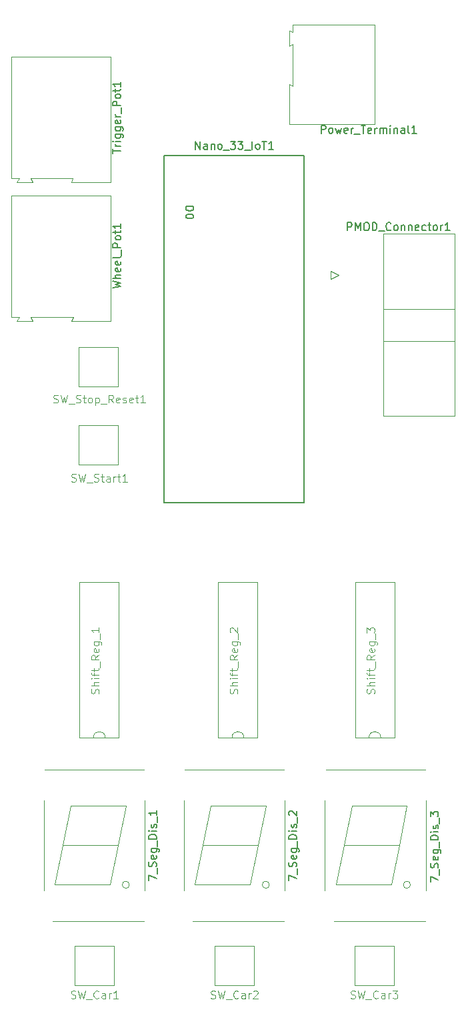
<source format=gbr>
%TF.GenerationSoftware,KiCad,Pcbnew,7.0.10-7.0.10~ubuntu22.04.1*%
%TF.CreationDate,2024-02-07T13:24:06-05:00*%
%TF.ProjectId,CapController,43617043-6f6e-4747-926f-6c6c65722e6b,rev?*%
%TF.SameCoordinates,Original*%
%TF.FileFunction,Legend,Top*%
%TF.FilePolarity,Positive*%
%FSLAX46Y46*%
G04 Gerber Fmt 4.6, Leading zero omitted, Abs format (unit mm)*
G04 Created by KiCad (PCBNEW 7.0.10-7.0.10~ubuntu22.04.1) date 2024-02-07 13:24:06*
%MOMM*%
%LPD*%
G01*
G04 APERTURE LIST*
%ADD10C,0.150000*%
%ADD11C,0.100000*%
%ADD12C,0.120000*%
G04 APERTURE END LIST*
D10*
X190324819Y-60095238D02*
X191324819Y-59857143D01*
X191324819Y-59857143D02*
X190610533Y-59666667D01*
X190610533Y-59666667D02*
X191324819Y-59476191D01*
X191324819Y-59476191D02*
X190324819Y-59238096D01*
X191324819Y-58857143D02*
X190324819Y-58857143D01*
X191324819Y-58428572D02*
X190801009Y-58428572D01*
X190801009Y-58428572D02*
X190705771Y-58476191D01*
X190705771Y-58476191D02*
X190658152Y-58571429D01*
X190658152Y-58571429D02*
X190658152Y-58714286D01*
X190658152Y-58714286D02*
X190705771Y-58809524D01*
X190705771Y-58809524D02*
X190753390Y-58857143D01*
X191277200Y-57571429D02*
X191324819Y-57666667D01*
X191324819Y-57666667D02*
X191324819Y-57857143D01*
X191324819Y-57857143D02*
X191277200Y-57952381D01*
X191277200Y-57952381D02*
X191181961Y-58000000D01*
X191181961Y-58000000D02*
X190801009Y-58000000D01*
X190801009Y-58000000D02*
X190705771Y-57952381D01*
X190705771Y-57952381D02*
X190658152Y-57857143D01*
X190658152Y-57857143D02*
X190658152Y-57666667D01*
X190658152Y-57666667D02*
X190705771Y-57571429D01*
X190705771Y-57571429D02*
X190801009Y-57523810D01*
X190801009Y-57523810D02*
X190896247Y-57523810D01*
X190896247Y-57523810D02*
X190991485Y-58000000D01*
X191277200Y-56714286D02*
X191324819Y-56809524D01*
X191324819Y-56809524D02*
X191324819Y-57000000D01*
X191324819Y-57000000D02*
X191277200Y-57095238D01*
X191277200Y-57095238D02*
X191181961Y-57142857D01*
X191181961Y-57142857D02*
X190801009Y-57142857D01*
X190801009Y-57142857D02*
X190705771Y-57095238D01*
X190705771Y-57095238D02*
X190658152Y-57000000D01*
X190658152Y-57000000D02*
X190658152Y-56809524D01*
X190658152Y-56809524D02*
X190705771Y-56714286D01*
X190705771Y-56714286D02*
X190801009Y-56666667D01*
X190801009Y-56666667D02*
X190896247Y-56666667D01*
X190896247Y-56666667D02*
X190991485Y-57142857D01*
X191324819Y-56095238D02*
X191277200Y-56190476D01*
X191277200Y-56190476D02*
X191181961Y-56238095D01*
X191181961Y-56238095D02*
X190324819Y-56238095D01*
X191420057Y-55952381D02*
X191420057Y-55190476D01*
X191324819Y-54952380D02*
X190324819Y-54952380D01*
X190324819Y-54952380D02*
X190324819Y-54571428D01*
X190324819Y-54571428D02*
X190372438Y-54476190D01*
X190372438Y-54476190D02*
X190420057Y-54428571D01*
X190420057Y-54428571D02*
X190515295Y-54380952D01*
X190515295Y-54380952D02*
X190658152Y-54380952D01*
X190658152Y-54380952D02*
X190753390Y-54428571D01*
X190753390Y-54428571D02*
X190801009Y-54476190D01*
X190801009Y-54476190D02*
X190848628Y-54571428D01*
X190848628Y-54571428D02*
X190848628Y-54952380D01*
X191324819Y-53809523D02*
X191277200Y-53904761D01*
X191277200Y-53904761D02*
X191229580Y-53952380D01*
X191229580Y-53952380D02*
X191134342Y-53999999D01*
X191134342Y-53999999D02*
X190848628Y-53999999D01*
X190848628Y-53999999D02*
X190753390Y-53952380D01*
X190753390Y-53952380D02*
X190705771Y-53904761D01*
X190705771Y-53904761D02*
X190658152Y-53809523D01*
X190658152Y-53809523D02*
X190658152Y-53666666D01*
X190658152Y-53666666D02*
X190705771Y-53571428D01*
X190705771Y-53571428D02*
X190753390Y-53523809D01*
X190753390Y-53523809D02*
X190848628Y-53476190D01*
X190848628Y-53476190D02*
X191134342Y-53476190D01*
X191134342Y-53476190D02*
X191229580Y-53523809D01*
X191229580Y-53523809D02*
X191277200Y-53571428D01*
X191277200Y-53571428D02*
X191324819Y-53666666D01*
X191324819Y-53666666D02*
X191324819Y-53809523D01*
X190658152Y-53190475D02*
X190658152Y-52809523D01*
X190324819Y-53047618D02*
X191181961Y-53047618D01*
X191181961Y-53047618D02*
X191277200Y-52999999D01*
X191277200Y-52999999D02*
X191324819Y-52904761D01*
X191324819Y-52904761D02*
X191324819Y-52809523D01*
X191324819Y-51952380D02*
X191324819Y-52523808D01*
X191324819Y-52238094D02*
X190324819Y-52238094D01*
X190324819Y-52238094D02*
X190467676Y-52333332D01*
X190467676Y-52333332D02*
X190562914Y-52428570D01*
X190562914Y-52428570D02*
X190610533Y-52523808D01*
X216796190Y-40464819D02*
X216796190Y-39464819D01*
X216796190Y-39464819D02*
X217177142Y-39464819D01*
X217177142Y-39464819D02*
X217272380Y-39512438D01*
X217272380Y-39512438D02*
X217319999Y-39560057D01*
X217319999Y-39560057D02*
X217367618Y-39655295D01*
X217367618Y-39655295D02*
X217367618Y-39798152D01*
X217367618Y-39798152D02*
X217319999Y-39893390D01*
X217319999Y-39893390D02*
X217272380Y-39941009D01*
X217272380Y-39941009D02*
X217177142Y-39988628D01*
X217177142Y-39988628D02*
X216796190Y-39988628D01*
X217939047Y-40464819D02*
X217843809Y-40417200D01*
X217843809Y-40417200D02*
X217796190Y-40369580D01*
X217796190Y-40369580D02*
X217748571Y-40274342D01*
X217748571Y-40274342D02*
X217748571Y-39988628D01*
X217748571Y-39988628D02*
X217796190Y-39893390D01*
X217796190Y-39893390D02*
X217843809Y-39845771D01*
X217843809Y-39845771D02*
X217939047Y-39798152D01*
X217939047Y-39798152D02*
X218081904Y-39798152D01*
X218081904Y-39798152D02*
X218177142Y-39845771D01*
X218177142Y-39845771D02*
X218224761Y-39893390D01*
X218224761Y-39893390D02*
X218272380Y-39988628D01*
X218272380Y-39988628D02*
X218272380Y-40274342D01*
X218272380Y-40274342D02*
X218224761Y-40369580D01*
X218224761Y-40369580D02*
X218177142Y-40417200D01*
X218177142Y-40417200D02*
X218081904Y-40464819D01*
X218081904Y-40464819D02*
X217939047Y-40464819D01*
X218605714Y-39798152D02*
X218796190Y-40464819D01*
X218796190Y-40464819D02*
X218986666Y-39988628D01*
X218986666Y-39988628D02*
X219177142Y-40464819D01*
X219177142Y-40464819D02*
X219367618Y-39798152D01*
X220129523Y-40417200D02*
X220034285Y-40464819D01*
X220034285Y-40464819D02*
X219843809Y-40464819D01*
X219843809Y-40464819D02*
X219748571Y-40417200D01*
X219748571Y-40417200D02*
X219700952Y-40321961D01*
X219700952Y-40321961D02*
X219700952Y-39941009D01*
X219700952Y-39941009D02*
X219748571Y-39845771D01*
X219748571Y-39845771D02*
X219843809Y-39798152D01*
X219843809Y-39798152D02*
X220034285Y-39798152D01*
X220034285Y-39798152D02*
X220129523Y-39845771D01*
X220129523Y-39845771D02*
X220177142Y-39941009D01*
X220177142Y-39941009D02*
X220177142Y-40036247D01*
X220177142Y-40036247D02*
X219700952Y-40131485D01*
X220605714Y-40464819D02*
X220605714Y-39798152D01*
X220605714Y-39988628D02*
X220653333Y-39893390D01*
X220653333Y-39893390D02*
X220700952Y-39845771D01*
X220700952Y-39845771D02*
X220796190Y-39798152D01*
X220796190Y-39798152D02*
X220891428Y-39798152D01*
X220986667Y-40560057D02*
X221748571Y-40560057D01*
X221843810Y-39464819D02*
X222415238Y-39464819D01*
X222129524Y-40464819D02*
X222129524Y-39464819D01*
X223129524Y-40417200D02*
X223034286Y-40464819D01*
X223034286Y-40464819D02*
X222843810Y-40464819D01*
X222843810Y-40464819D02*
X222748572Y-40417200D01*
X222748572Y-40417200D02*
X222700953Y-40321961D01*
X222700953Y-40321961D02*
X222700953Y-39941009D01*
X222700953Y-39941009D02*
X222748572Y-39845771D01*
X222748572Y-39845771D02*
X222843810Y-39798152D01*
X222843810Y-39798152D02*
X223034286Y-39798152D01*
X223034286Y-39798152D02*
X223129524Y-39845771D01*
X223129524Y-39845771D02*
X223177143Y-39941009D01*
X223177143Y-39941009D02*
X223177143Y-40036247D01*
X223177143Y-40036247D02*
X222700953Y-40131485D01*
X223605715Y-40464819D02*
X223605715Y-39798152D01*
X223605715Y-39988628D02*
X223653334Y-39893390D01*
X223653334Y-39893390D02*
X223700953Y-39845771D01*
X223700953Y-39845771D02*
X223796191Y-39798152D01*
X223796191Y-39798152D02*
X223891429Y-39798152D01*
X224224763Y-40464819D02*
X224224763Y-39798152D01*
X224224763Y-39893390D02*
X224272382Y-39845771D01*
X224272382Y-39845771D02*
X224367620Y-39798152D01*
X224367620Y-39798152D02*
X224510477Y-39798152D01*
X224510477Y-39798152D02*
X224605715Y-39845771D01*
X224605715Y-39845771D02*
X224653334Y-39941009D01*
X224653334Y-39941009D02*
X224653334Y-40464819D01*
X224653334Y-39941009D02*
X224700953Y-39845771D01*
X224700953Y-39845771D02*
X224796191Y-39798152D01*
X224796191Y-39798152D02*
X224939048Y-39798152D01*
X224939048Y-39798152D02*
X225034287Y-39845771D01*
X225034287Y-39845771D02*
X225081906Y-39941009D01*
X225081906Y-39941009D02*
X225081906Y-40464819D01*
X225558096Y-40464819D02*
X225558096Y-39798152D01*
X225558096Y-39464819D02*
X225510477Y-39512438D01*
X225510477Y-39512438D02*
X225558096Y-39560057D01*
X225558096Y-39560057D02*
X225605715Y-39512438D01*
X225605715Y-39512438D02*
X225558096Y-39464819D01*
X225558096Y-39464819D02*
X225558096Y-39560057D01*
X226034286Y-39798152D02*
X226034286Y-40464819D01*
X226034286Y-39893390D02*
X226081905Y-39845771D01*
X226081905Y-39845771D02*
X226177143Y-39798152D01*
X226177143Y-39798152D02*
X226320000Y-39798152D01*
X226320000Y-39798152D02*
X226415238Y-39845771D01*
X226415238Y-39845771D02*
X226462857Y-39941009D01*
X226462857Y-39941009D02*
X226462857Y-40464819D01*
X227367619Y-40464819D02*
X227367619Y-39941009D01*
X227367619Y-39941009D02*
X227320000Y-39845771D01*
X227320000Y-39845771D02*
X227224762Y-39798152D01*
X227224762Y-39798152D02*
X227034286Y-39798152D01*
X227034286Y-39798152D02*
X226939048Y-39845771D01*
X227367619Y-40417200D02*
X227272381Y-40464819D01*
X227272381Y-40464819D02*
X227034286Y-40464819D01*
X227034286Y-40464819D02*
X226939048Y-40417200D01*
X226939048Y-40417200D02*
X226891429Y-40321961D01*
X226891429Y-40321961D02*
X226891429Y-40226723D01*
X226891429Y-40226723D02*
X226939048Y-40131485D01*
X226939048Y-40131485D02*
X227034286Y-40083866D01*
X227034286Y-40083866D02*
X227272381Y-40083866D01*
X227272381Y-40083866D02*
X227367619Y-40036247D01*
X227986667Y-40464819D02*
X227891429Y-40417200D01*
X227891429Y-40417200D02*
X227843810Y-40321961D01*
X227843810Y-40321961D02*
X227843810Y-39464819D01*
X228891429Y-40464819D02*
X228320001Y-40464819D01*
X228605715Y-40464819D02*
X228605715Y-39464819D01*
X228605715Y-39464819D02*
X228510477Y-39607676D01*
X228510477Y-39607676D02*
X228415239Y-39702914D01*
X228415239Y-39702914D02*
X228320001Y-39750533D01*
D11*
X182790475Y-74609800D02*
X182933332Y-74657419D01*
X182933332Y-74657419D02*
X183171427Y-74657419D01*
X183171427Y-74657419D02*
X183266665Y-74609800D01*
X183266665Y-74609800D02*
X183314284Y-74562180D01*
X183314284Y-74562180D02*
X183361903Y-74466942D01*
X183361903Y-74466942D02*
X183361903Y-74371704D01*
X183361903Y-74371704D02*
X183314284Y-74276466D01*
X183314284Y-74276466D02*
X183266665Y-74228847D01*
X183266665Y-74228847D02*
X183171427Y-74181228D01*
X183171427Y-74181228D02*
X182980951Y-74133609D01*
X182980951Y-74133609D02*
X182885713Y-74085990D01*
X182885713Y-74085990D02*
X182838094Y-74038371D01*
X182838094Y-74038371D02*
X182790475Y-73943133D01*
X182790475Y-73943133D02*
X182790475Y-73847895D01*
X182790475Y-73847895D02*
X182838094Y-73752657D01*
X182838094Y-73752657D02*
X182885713Y-73705038D01*
X182885713Y-73705038D02*
X182980951Y-73657419D01*
X182980951Y-73657419D02*
X183219046Y-73657419D01*
X183219046Y-73657419D02*
X183361903Y-73705038D01*
X183695237Y-73657419D02*
X183933332Y-74657419D01*
X183933332Y-74657419D02*
X184123808Y-73943133D01*
X184123808Y-73943133D02*
X184314284Y-74657419D01*
X184314284Y-74657419D02*
X184552380Y-73657419D01*
X184695237Y-74752657D02*
X185457141Y-74752657D01*
X185647618Y-74609800D02*
X185790475Y-74657419D01*
X185790475Y-74657419D02*
X186028570Y-74657419D01*
X186028570Y-74657419D02*
X186123808Y-74609800D01*
X186123808Y-74609800D02*
X186171427Y-74562180D01*
X186171427Y-74562180D02*
X186219046Y-74466942D01*
X186219046Y-74466942D02*
X186219046Y-74371704D01*
X186219046Y-74371704D02*
X186171427Y-74276466D01*
X186171427Y-74276466D02*
X186123808Y-74228847D01*
X186123808Y-74228847D02*
X186028570Y-74181228D01*
X186028570Y-74181228D02*
X185838094Y-74133609D01*
X185838094Y-74133609D02*
X185742856Y-74085990D01*
X185742856Y-74085990D02*
X185695237Y-74038371D01*
X185695237Y-74038371D02*
X185647618Y-73943133D01*
X185647618Y-73943133D02*
X185647618Y-73847895D01*
X185647618Y-73847895D02*
X185695237Y-73752657D01*
X185695237Y-73752657D02*
X185742856Y-73705038D01*
X185742856Y-73705038D02*
X185838094Y-73657419D01*
X185838094Y-73657419D02*
X186076189Y-73657419D01*
X186076189Y-73657419D02*
X186219046Y-73705038D01*
X186504761Y-73990752D02*
X186885713Y-73990752D01*
X186647618Y-73657419D02*
X186647618Y-74514561D01*
X186647618Y-74514561D02*
X186695237Y-74609800D01*
X186695237Y-74609800D02*
X186790475Y-74657419D01*
X186790475Y-74657419D02*
X186885713Y-74657419D01*
X187361904Y-74657419D02*
X187266666Y-74609800D01*
X187266666Y-74609800D02*
X187219047Y-74562180D01*
X187219047Y-74562180D02*
X187171428Y-74466942D01*
X187171428Y-74466942D02*
X187171428Y-74181228D01*
X187171428Y-74181228D02*
X187219047Y-74085990D01*
X187219047Y-74085990D02*
X187266666Y-74038371D01*
X187266666Y-74038371D02*
X187361904Y-73990752D01*
X187361904Y-73990752D02*
X187504761Y-73990752D01*
X187504761Y-73990752D02*
X187599999Y-74038371D01*
X187599999Y-74038371D02*
X187647618Y-74085990D01*
X187647618Y-74085990D02*
X187695237Y-74181228D01*
X187695237Y-74181228D02*
X187695237Y-74466942D01*
X187695237Y-74466942D02*
X187647618Y-74562180D01*
X187647618Y-74562180D02*
X187599999Y-74609800D01*
X187599999Y-74609800D02*
X187504761Y-74657419D01*
X187504761Y-74657419D02*
X187361904Y-74657419D01*
X188123809Y-73990752D02*
X188123809Y-74990752D01*
X188123809Y-74038371D02*
X188219047Y-73990752D01*
X188219047Y-73990752D02*
X188409523Y-73990752D01*
X188409523Y-73990752D02*
X188504761Y-74038371D01*
X188504761Y-74038371D02*
X188552380Y-74085990D01*
X188552380Y-74085990D02*
X188599999Y-74181228D01*
X188599999Y-74181228D02*
X188599999Y-74466942D01*
X188599999Y-74466942D02*
X188552380Y-74562180D01*
X188552380Y-74562180D02*
X188504761Y-74609800D01*
X188504761Y-74609800D02*
X188409523Y-74657419D01*
X188409523Y-74657419D02*
X188219047Y-74657419D01*
X188219047Y-74657419D02*
X188123809Y-74609800D01*
X188790476Y-74752657D02*
X189552380Y-74752657D01*
X190361904Y-74657419D02*
X190028571Y-74181228D01*
X189790476Y-74657419D02*
X189790476Y-73657419D01*
X189790476Y-73657419D02*
X190171428Y-73657419D01*
X190171428Y-73657419D02*
X190266666Y-73705038D01*
X190266666Y-73705038D02*
X190314285Y-73752657D01*
X190314285Y-73752657D02*
X190361904Y-73847895D01*
X190361904Y-73847895D02*
X190361904Y-73990752D01*
X190361904Y-73990752D02*
X190314285Y-74085990D01*
X190314285Y-74085990D02*
X190266666Y-74133609D01*
X190266666Y-74133609D02*
X190171428Y-74181228D01*
X190171428Y-74181228D02*
X189790476Y-74181228D01*
X191171428Y-74609800D02*
X191076190Y-74657419D01*
X191076190Y-74657419D02*
X190885714Y-74657419D01*
X190885714Y-74657419D02*
X190790476Y-74609800D01*
X190790476Y-74609800D02*
X190742857Y-74514561D01*
X190742857Y-74514561D02*
X190742857Y-74133609D01*
X190742857Y-74133609D02*
X190790476Y-74038371D01*
X190790476Y-74038371D02*
X190885714Y-73990752D01*
X190885714Y-73990752D02*
X191076190Y-73990752D01*
X191076190Y-73990752D02*
X191171428Y-74038371D01*
X191171428Y-74038371D02*
X191219047Y-74133609D01*
X191219047Y-74133609D02*
X191219047Y-74228847D01*
X191219047Y-74228847D02*
X190742857Y-74324085D01*
X191600000Y-74609800D02*
X191695238Y-74657419D01*
X191695238Y-74657419D02*
X191885714Y-74657419D01*
X191885714Y-74657419D02*
X191980952Y-74609800D01*
X191980952Y-74609800D02*
X192028571Y-74514561D01*
X192028571Y-74514561D02*
X192028571Y-74466942D01*
X192028571Y-74466942D02*
X191980952Y-74371704D01*
X191980952Y-74371704D02*
X191885714Y-74324085D01*
X191885714Y-74324085D02*
X191742857Y-74324085D01*
X191742857Y-74324085D02*
X191647619Y-74276466D01*
X191647619Y-74276466D02*
X191600000Y-74181228D01*
X191600000Y-74181228D02*
X191600000Y-74133609D01*
X191600000Y-74133609D02*
X191647619Y-74038371D01*
X191647619Y-74038371D02*
X191742857Y-73990752D01*
X191742857Y-73990752D02*
X191885714Y-73990752D01*
X191885714Y-73990752D02*
X191980952Y-74038371D01*
X192838095Y-74609800D02*
X192742857Y-74657419D01*
X192742857Y-74657419D02*
X192552381Y-74657419D01*
X192552381Y-74657419D02*
X192457143Y-74609800D01*
X192457143Y-74609800D02*
X192409524Y-74514561D01*
X192409524Y-74514561D02*
X192409524Y-74133609D01*
X192409524Y-74133609D02*
X192457143Y-74038371D01*
X192457143Y-74038371D02*
X192552381Y-73990752D01*
X192552381Y-73990752D02*
X192742857Y-73990752D01*
X192742857Y-73990752D02*
X192838095Y-74038371D01*
X192838095Y-74038371D02*
X192885714Y-74133609D01*
X192885714Y-74133609D02*
X192885714Y-74228847D01*
X192885714Y-74228847D02*
X192409524Y-74324085D01*
X193171429Y-73990752D02*
X193552381Y-73990752D01*
X193314286Y-73657419D02*
X193314286Y-74514561D01*
X193314286Y-74514561D02*
X193361905Y-74609800D01*
X193361905Y-74609800D02*
X193457143Y-74657419D01*
X193457143Y-74657419D02*
X193552381Y-74657419D01*
X194409524Y-74657419D02*
X193838096Y-74657419D01*
X194123810Y-74657419D02*
X194123810Y-73657419D01*
X194123810Y-73657419D02*
X194028572Y-73800276D01*
X194028572Y-73800276D02*
X193933334Y-73895514D01*
X193933334Y-73895514D02*
X193838096Y-73943133D01*
X202773809Y-150159800D02*
X202916666Y-150207419D01*
X202916666Y-150207419D02*
X203154761Y-150207419D01*
X203154761Y-150207419D02*
X203249999Y-150159800D01*
X203249999Y-150159800D02*
X203297618Y-150112180D01*
X203297618Y-150112180D02*
X203345237Y-150016942D01*
X203345237Y-150016942D02*
X203345237Y-149921704D01*
X203345237Y-149921704D02*
X203297618Y-149826466D01*
X203297618Y-149826466D02*
X203249999Y-149778847D01*
X203249999Y-149778847D02*
X203154761Y-149731228D01*
X203154761Y-149731228D02*
X202964285Y-149683609D01*
X202964285Y-149683609D02*
X202869047Y-149635990D01*
X202869047Y-149635990D02*
X202821428Y-149588371D01*
X202821428Y-149588371D02*
X202773809Y-149493133D01*
X202773809Y-149493133D02*
X202773809Y-149397895D01*
X202773809Y-149397895D02*
X202821428Y-149302657D01*
X202821428Y-149302657D02*
X202869047Y-149255038D01*
X202869047Y-149255038D02*
X202964285Y-149207419D01*
X202964285Y-149207419D02*
X203202380Y-149207419D01*
X203202380Y-149207419D02*
X203345237Y-149255038D01*
X203678571Y-149207419D02*
X203916666Y-150207419D01*
X203916666Y-150207419D02*
X204107142Y-149493133D01*
X204107142Y-149493133D02*
X204297618Y-150207419D01*
X204297618Y-150207419D02*
X204535714Y-149207419D01*
X204678571Y-150302657D02*
X205440475Y-150302657D01*
X206249999Y-150112180D02*
X206202380Y-150159800D01*
X206202380Y-150159800D02*
X206059523Y-150207419D01*
X206059523Y-150207419D02*
X205964285Y-150207419D01*
X205964285Y-150207419D02*
X205821428Y-150159800D01*
X205821428Y-150159800D02*
X205726190Y-150064561D01*
X205726190Y-150064561D02*
X205678571Y-149969323D01*
X205678571Y-149969323D02*
X205630952Y-149778847D01*
X205630952Y-149778847D02*
X205630952Y-149635990D01*
X205630952Y-149635990D02*
X205678571Y-149445514D01*
X205678571Y-149445514D02*
X205726190Y-149350276D01*
X205726190Y-149350276D02*
X205821428Y-149255038D01*
X205821428Y-149255038D02*
X205964285Y-149207419D01*
X205964285Y-149207419D02*
X206059523Y-149207419D01*
X206059523Y-149207419D02*
X206202380Y-149255038D01*
X206202380Y-149255038D02*
X206249999Y-149302657D01*
X207107142Y-150207419D02*
X207107142Y-149683609D01*
X207107142Y-149683609D02*
X207059523Y-149588371D01*
X207059523Y-149588371D02*
X206964285Y-149540752D01*
X206964285Y-149540752D02*
X206773809Y-149540752D01*
X206773809Y-149540752D02*
X206678571Y-149588371D01*
X207107142Y-150159800D02*
X207011904Y-150207419D01*
X207011904Y-150207419D02*
X206773809Y-150207419D01*
X206773809Y-150207419D02*
X206678571Y-150159800D01*
X206678571Y-150159800D02*
X206630952Y-150064561D01*
X206630952Y-150064561D02*
X206630952Y-149969323D01*
X206630952Y-149969323D02*
X206678571Y-149874085D01*
X206678571Y-149874085D02*
X206773809Y-149826466D01*
X206773809Y-149826466D02*
X207011904Y-149826466D01*
X207011904Y-149826466D02*
X207107142Y-149778847D01*
X207583333Y-150207419D02*
X207583333Y-149540752D01*
X207583333Y-149731228D02*
X207630952Y-149635990D01*
X207630952Y-149635990D02*
X207678571Y-149588371D01*
X207678571Y-149588371D02*
X207773809Y-149540752D01*
X207773809Y-149540752D02*
X207869047Y-149540752D01*
X208154762Y-149302657D02*
X208202381Y-149255038D01*
X208202381Y-149255038D02*
X208297619Y-149207419D01*
X208297619Y-149207419D02*
X208535714Y-149207419D01*
X208535714Y-149207419D02*
X208630952Y-149255038D01*
X208630952Y-149255038D02*
X208678571Y-149302657D01*
X208678571Y-149302657D02*
X208726190Y-149397895D01*
X208726190Y-149397895D02*
X208726190Y-149493133D01*
X208726190Y-149493133D02*
X208678571Y-149635990D01*
X208678571Y-149635990D02*
X208107143Y-150207419D01*
X208107143Y-150207419D02*
X208726190Y-150207419D01*
X185023809Y-150159800D02*
X185166666Y-150207419D01*
X185166666Y-150207419D02*
X185404761Y-150207419D01*
X185404761Y-150207419D02*
X185499999Y-150159800D01*
X185499999Y-150159800D02*
X185547618Y-150112180D01*
X185547618Y-150112180D02*
X185595237Y-150016942D01*
X185595237Y-150016942D02*
X185595237Y-149921704D01*
X185595237Y-149921704D02*
X185547618Y-149826466D01*
X185547618Y-149826466D02*
X185499999Y-149778847D01*
X185499999Y-149778847D02*
X185404761Y-149731228D01*
X185404761Y-149731228D02*
X185214285Y-149683609D01*
X185214285Y-149683609D02*
X185119047Y-149635990D01*
X185119047Y-149635990D02*
X185071428Y-149588371D01*
X185071428Y-149588371D02*
X185023809Y-149493133D01*
X185023809Y-149493133D02*
X185023809Y-149397895D01*
X185023809Y-149397895D02*
X185071428Y-149302657D01*
X185071428Y-149302657D02*
X185119047Y-149255038D01*
X185119047Y-149255038D02*
X185214285Y-149207419D01*
X185214285Y-149207419D02*
X185452380Y-149207419D01*
X185452380Y-149207419D02*
X185595237Y-149255038D01*
X185928571Y-149207419D02*
X186166666Y-150207419D01*
X186166666Y-150207419D02*
X186357142Y-149493133D01*
X186357142Y-149493133D02*
X186547618Y-150207419D01*
X186547618Y-150207419D02*
X186785714Y-149207419D01*
X186928571Y-150302657D02*
X187690475Y-150302657D01*
X188499999Y-150112180D02*
X188452380Y-150159800D01*
X188452380Y-150159800D02*
X188309523Y-150207419D01*
X188309523Y-150207419D02*
X188214285Y-150207419D01*
X188214285Y-150207419D02*
X188071428Y-150159800D01*
X188071428Y-150159800D02*
X187976190Y-150064561D01*
X187976190Y-150064561D02*
X187928571Y-149969323D01*
X187928571Y-149969323D02*
X187880952Y-149778847D01*
X187880952Y-149778847D02*
X187880952Y-149635990D01*
X187880952Y-149635990D02*
X187928571Y-149445514D01*
X187928571Y-149445514D02*
X187976190Y-149350276D01*
X187976190Y-149350276D02*
X188071428Y-149255038D01*
X188071428Y-149255038D02*
X188214285Y-149207419D01*
X188214285Y-149207419D02*
X188309523Y-149207419D01*
X188309523Y-149207419D02*
X188452380Y-149255038D01*
X188452380Y-149255038D02*
X188499999Y-149302657D01*
X189357142Y-150207419D02*
X189357142Y-149683609D01*
X189357142Y-149683609D02*
X189309523Y-149588371D01*
X189309523Y-149588371D02*
X189214285Y-149540752D01*
X189214285Y-149540752D02*
X189023809Y-149540752D01*
X189023809Y-149540752D02*
X188928571Y-149588371D01*
X189357142Y-150159800D02*
X189261904Y-150207419D01*
X189261904Y-150207419D02*
X189023809Y-150207419D01*
X189023809Y-150207419D02*
X188928571Y-150159800D01*
X188928571Y-150159800D02*
X188880952Y-150064561D01*
X188880952Y-150064561D02*
X188880952Y-149969323D01*
X188880952Y-149969323D02*
X188928571Y-149874085D01*
X188928571Y-149874085D02*
X189023809Y-149826466D01*
X189023809Y-149826466D02*
X189261904Y-149826466D01*
X189261904Y-149826466D02*
X189357142Y-149778847D01*
X189833333Y-150207419D02*
X189833333Y-149540752D01*
X189833333Y-149731228D02*
X189880952Y-149635990D01*
X189880952Y-149635990D02*
X189928571Y-149588371D01*
X189928571Y-149588371D02*
X190023809Y-149540752D01*
X190023809Y-149540752D02*
X190119047Y-149540752D01*
X190976190Y-150207419D02*
X190404762Y-150207419D01*
X190690476Y-150207419D02*
X190690476Y-149207419D01*
X190690476Y-149207419D02*
X190595238Y-149350276D01*
X190595238Y-149350276D02*
X190500000Y-149445514D01*
X190500000Y-149445514D02*
X190404762Y-149493133D01*
D10*
X230654819Y-135372380D02*
X230654819Y-134705714D01*
X230654819Y-134705714D02*
X231654819Y-135134285D01*
X231750057Y-134562857D02*
X231750057Y-133800952D01*
X231607200Y-133610475D02*
X231654819Y-133467618D01*
X231654819Y-133467618D02*
X231654819Y-133229523D01*
X231654819Y-133229523D02*
X231607200Y-133134285D01*
X231607200Y-133134285D02*
X231559580Y-133086666D01*
X231559580Y-133086666D02*
X231464342Y-133039047D01*
X231464342Y-133039047D02*
X231369104Y-133039047D01*
X231369104Y-133039047D02*
X231273866Y-133086666D01*
X231273866Y-133086666D02*
X231226247Y-133134285D01*
X231226247Y-133134285D02*
X231178628Y-133229523D01*
X231178628Y-133229523D02*
X231131009Y-133419999D01*
X231131009Y-133419999D02*
X231083390Y-133515237D01*
X231083390Y-133515237D02*
X231035771Y-133562856D01*
X231035771Y-133562856D02*
X230940533Y-133610475D01*
X230940533Y-133610475D02*
X230845295Y-133610475D01*
X230845295Y-133610475D02*
X230750057Y-133562856D01*
X230750057Y-133562856D02*
X230702438Y-133515237D01*
X230702438Y-133515237D02*
X230654819Y-133419999D01*
X230654819Y-133419999D02*
X230654819Y-133181904D01*
X230654819Y-133181904D02*
X230702438Y-133039047D01*
X231607200Y-132229523D02*
X231654819Y-132324761D01*
X231654819Y-132324761D02*
X231654819Y-132515237D01*
X231654819Y-132515237D02*
X231607200Y-132610475D01*
X231607200Y-132610475D02*
X231511961Y-132658094D01*
X231511961Y-132658094D02*
X231131009Y-132658094D01*
X231131009Y-132658094D02*
X231035771Y-132610475D01*
X231035771Y-132610475D02*
X230988152Y-132515237D01*
X230988152Y-132515237D02*
X230988152Y-132324761D01*
X230988152Y-132324761D02*
X231035771Y-132229523D01*
X231035771Y-132229523D02*
X231131009Y-132181904D01*
X231131009Y-132181904D02*
X231226247Y-132181904D01*
X231226247Y-132181904D02*
X231321485Y-132658094D01*
X230988152Y-131324761D02*
X231797676Y-131324761D01*
X231797676Y-131324761D02*
X231892914Y-131372380D01*
X231892914Y-131372380D02*
X231940533Y-131419999D01*
X231940533Y-131419999D02*
X231988152Y-131515237D01*
X231988152Y-131515237D02*
X231988152Y-131658094D01*
X231988152Y-131658094D02*
X231940533Y-131753332D01*
X231607200Y-131324761D02*
X231654819Y-131419999D01*
X231654819Y-131419999D02*
X231654819Y-131610475D01*
X231654819Y-131610475D02*
X231607200Y-131705713D01*
X231607200Y-131705713D02*
X231559580Y-131753332D01*
X231559580Y-131753332D02*
X231464342Y-131800951D01*
X231464342Y-131800951D02*
X231178628Y-131800951D01*
X231178628Y-131800951D02*
X231083390Y-131753332D01*
X231083390Y-131753332D02*
X231035771Y-131705713D01*
X231035771Y-131705713D02*
X230988152Y-131610475D01*
X230988152Y-131610475D02*
X230988152Y-131419999D01*
X230988152Y-131419999D02*
X231035771Y-131324761D01*
X231750057Y-131086666D02*
X231750057Y-130324761D01*
X231654819Y-130086665D02*
X230654819Y-130086665D01*
X230654819Y-130086665D02*
X230654819Y-129848570D01*
X230654819Y-129848570D02*
X230702438Y-129705713D01*
X230702438Y-129705713D02*
X230797676Y-129610475D01*
X230797676Y-129610475D02*
X230892914Y-129562856D01*
X230892914Y-129562856D02*
X231083390Y-129515237D01*
X231083390Y-129515237D02*
X231226247Y-129515237D01*
X231226247Y-129515237D02*
X231416723Y-129562856D01*
X231416723Y-129562856D02*
X231511961Y-129610475D01*
X231511961Y-129610475D02*
X231607200Y-129705713D01*
X231607200Y-129705713D02*
X231654819Y-129848570D01*
X231654819Y-129848570D02*
X231654819Y-130086665D01*
X231654819Y-129086665D02*
X230988152Y-129086665D01*
X230654819Y-129086665D02*
X230702438Y-129134284D01*
X230702438Y-129134284D02*
X230750057Y-129086665D01*
X230750057Y-129086665D02*
X230702438Y-129039046D01*
X230702438Y-129039046D02*
X230654819Y-129086665D01*
X230654819Y-129086665D02*
X230750057Y-129086665D01*
X231607200Y-128658094D02*
X231654819Y-128562856D01*
X231654819Y-128562856D02*
X231654819Y-128372380D01*
X231654819Y-128372380D02*
X231607200Y-128277142D01*
X231607200Y-128277142D02*
X231511961Y-128229523D01*
X231511961Y-128229523D02*
X231464342Y-128229523D01*
X231464342Y-128229523D02*
X231369104Y-128277142D01*
X231369104Y-128277142D02*
X231321485Y-128372380D01*
X231321485Y-128372380D02*
X231321485Y-128515237D01*
X231321485Y-128515237D02*
X231273866Y-128610475D01*
X231273866Y-128610475D02*
X231178628Y-128658094D01*
X231178628Y-128658094D02*
X231131009Y-128658094D01*
X231131009Y-128658094D02*
X231035771Y-128610475D01*
X231035771Y-128610475D02*
X230988152Y-128515237D01*
X230988152Y-128515237D02*
X230988152Y-128372380D01*
X230988152Y-128372380D02*
X231035771Y-128277142D01*
X231750057Y-128039047D02*
X231750057Y-127277142D01*
X230654819Y-127134284D02*
X230654819Y-126515237D01*
X230654819Y-126515237D02*
X231035771Y-126848570D01*
X231035771Y-126848570D02*
X231035771Y-126705713D01*
X231035771Y-126705713D02*
X231083390Y-126610475D01*
X231083390Y-126610475D02*
X231131009Y-126562856D01*
X231131009Y-126562856D02*
X231226247Y-126515237D01*
X231226247Y-126515237D02*
X231464342Y-126515237D01*
X231464342Y-126515237D02*
X231559580Y-126562856D01*
X231559580Y-126562856D02*
X231607200Y-126610475D01*
X231607200Y-126610475D02*
X231654819Y-126705713D01*
X231654819Y-126705713D02*
X231654819Y-126991427D01*
X231654819Y-126991427D02*
X231607200Y-127086665D01*
X231607200Y-127086665D02*
X231559580Y-127134284D01*
D11*
X185076190Y-84609800D02*
X185219047Y-84657419D01*
X185219047Y-84657419D02*
X185457142Y-84657419D01*
X185457142Y-84657419D02*
X185552380Y-84609800D01*
X185552380Y-84609800D02*
X185599999Y-84562180D01*
X185599999Y-84562180D02*
X185647618Y-84466942D01*
X185647618Y-84466942D02*
X185647618Y-84371704D01*
X185647618Y-84371704D02*
X185599999Y-84276466D01*
X185599999Y-84276466D02*
X185552380Y-84228847D01*
X185552380Y-84228847D02*
X185457142Y-84181228D01*
X185457142Y-84181228D02*
X185266666Y-84133609D01*
X185266666Y-84133609D02*
X185171428Y-84085990D01*
X185171428Y-84085990D02*
X185123809Y-84038371D01*
X185123809Y-84038371D02*
X185076190Y-83943133D01*
X185076190Y-83943133D02*
X185076190Y-83847895D01*
X185076190Y-83847895D02*
X185123809Y-83752657D01*
X185123809Y-83752657D02*
X185171428Y-83705038D01*
X185171428Y-83705038D02*
X185266666Y-83657419D01*
X185266666Y-83657419D02*
X185504761Y-83657419D01*
X185504761Y-83657419D02*
X185647618Y-83705038D01*
X185980952Y-83657419D02*
X186219047Y-84657419D01*
X186219047Y-84657419D02*
X186409523Y-83943133D01*
X186409523Y-83943133D02*
X186599999Y-84657419D01*
X186599999Y-84657419D02*
X186838095Y-83657419D01*
X186980952Y-84752657D02*
X187742856Y-84752657D01*
X187933333Y-84609800D02*
X188076190Y-84657419D01*
X188076190Y-84657419D02*
X188314285Y-84657419D01*
X188314285Y-84657419D02*
X188409523Y-84609800D01*
X188409523Y-84609800D02*
X188457142Y-84562180D01*
X188457142Y-84562180D02*
X188504761Y-84466942D01*
X188504761Y-84466942D02*
X188504761Y-84371704D01*
X188504761Y-84371704D02*
X188457142Y-84276466D01*
X188457142Y-84276466D02*
X188409523Y-84228847D01*
X188409523Y-84228847D02*
X188314285Y-84181228D01*
X188314285Y-84181228D02*
X188123809Y-84133609D01*
X188123809Y-84133609D02*
X188028571Y-84085990D01*
X188028571Y-84085990D02*
X187980952Y-84038371D01*
X187980952Y-84038371D02*
X187933333Y-83943133D01*
X187933333Y-83943133D02*
X187933333Y-83847895D01*
X187933333Y-83847895D02*
X187980952Y-83752657D01*
X187980952Y-83752657D02*
X188028571Y-83705038D01*
X188028571Y-83705038D02*
X188123809Y-83657419D01*
X188123809Y-83657419D02*
X188361904Y-83657419D01*
X188361904Y-83657419D02*
X188504761Y-83705038D01*
X188790476Y-83990752D02*
X189171428Y-83990752D01*
X188933333Y-83657419D02*
X188933333Y-84514561D01*
X188933333Y-84514561D02*
X188980952Y-84609800D01*
X188980952Y-84609800D02*
X189076190Y-84657419D01*
X189076190Y-84657419D02*
X189171428Y-84657419D01*
X189933333Y-84657419D02*
X189933333Y-84133609D01*
X189933333Y-84133609D02*
X189885714Y-84038371D01*
X189885714Y-84038371D02*
X189790476Y-83990752D01*
X189790476Y-83990752D02*
X189600000Y-83990752D01*
X189600000Y-83990752D02*
X189504762Y-84038371D01*
X189933333Y-84609800D02*
X189838095Y-84657419D01*
X189838095Y-84657419D02*
X189600000Y-84657419D01*
X189600000Y-84657419D02*
X189504762Y-84609800D01*
X189504762Y-84609800D02*
X189457143Y-84514561D01*
X189457143Y-84514561D02*
X189457143Y-84419323D01*
X189457143Y-84419323D02*
X189504762Y-84324085D01*
X189504762Y-84324085D02*
X189600000Y-84276466D01*
X189600000Y-84276466D02*
X189838095Y-84276466D01*
X189838095Y-84276466D02*
X189933333Y-84228847D01*
X190409524Y-84657419D02*
X190409524Y-83990752D01*
X190409524Y-84181228D02*
X190457143Y-84085990D01*
X190457143Y-84085990D02*
X190504762Y-84038371D01*
X190504762Y-84038371D02*
X190600000Y-83990752D01*
X190600000Y-83990752D02*
X190695238Y-83990752D01*
X190885715Y-83990752D02*
X191266667Y-83990752D01*
X191028572Y-83657419D02*
X191028572Y-84514561D01*
X191028572Y-84514561D02*
X191076191Y-84609800D01*
X191076191Y-84609800D02*
X191171429Y-84657419D01*
X191171429Y-84657419D02*
X191266667Y-84657419D01*
X192123810Y-84657419D02*
X191552382Y-84657419D01*
X191838096Y-84657419D02*
X191838096Y-83657419D01*
X191838096Y-83657419D02*
X191742858Y-83800276D01*
X191742858Y-83800276D02*
X191647620Y-83895514D01*
X191647620Y-83895514D02*
X191552382Y-83943133D01*
D10*
X190314819Y-43026428D02*
X190314819Y-42455000D01*
X191314819Y-42740714D02*
X190314819Y-42740714D01*
X191314819Y-42121666D02*
X190648152Y-42121666D01*
X190838628Y-42121666D02*
X190743390Y-42074047D01*
X190743390Y-42074047D02*
X190695771Y-42026428D01*
X190695771Y-42026428D02*
X190648152Y-41931190D01*
X190648152Y-41931190D02*
X190648152Y-41835952D01*
X191314819Y-41502618D02*
X190648152Y-41502618D01*
X190314819Y-41502618D02*
X190362438Y-41550237D01*
X190362438Y-41550237D02*
X190410057Y-41502618D01*
X190410057Y-41502618D02*
X190362438Y-41454999D01*
X190362438Y-41454999D02*
X190314819Y-41502618D01*
X190314819Y-41502618D02*
X190410057Y-41502618D01*
X190648152Y-40597857D02*
X191457676Y-40597857D01*
X191457676Y-40597857D02*
X191552914Y-40645476D01*
X191552914Y-40645476D02*
X191600533Y-40693095D01*
X191600533Y-40693095D02*
X191648152Y-40788333D01*
X191648152Y-40788333D02*
X191648152Y-40931190D01*
X191648152Y-40931190D02*
X191600533Y-41026428D01*
X191267200Y-40597857D02*
X191314819Y-40693095D01*
X191314819Y-40693095D02*
X191314819Y-40883571D01*
X191314819Y-40883571D02*
X191267200Y-40978809D01*
X191267200Y-40978809D02*
X191219580Y-41026428D01*
X191219580Y-41026428D02*
X191124342Y-41074047D01*
X191124342Y-41074047D02*
X190838628Y-41074047D01*
X190838628Y-41074047D02*
X190743390Y-41026428D01*
X190743390Y-41026428D02*
X190695771Y-40978809D01*
X190695771Y-40978809D02*
X190648152Y-40883571D01*
X190648152Y-40883571D02*
X190648152Y-40693095D01*
X190648152Y-40693095D02*
X190695771Y-40597857D01*
X190648152Y-39693095D02*
X191457676Y-39693095D01*
X191457676Y-39693095D02*
X191552914Y-39740714D01*
X191552914Y-39740714D02*
X191600533Y-39788333D01*
X191600533Y-39788333D02*
X191648152Y-39883571D01*
X191648152Y-39883571D02*
X191648152Y-40026428D01*
X191648152Y-40026428D02*
X191600533Y-40121666D01*
X191267200Y-39693095D02*
X191314819Y-39788333D01*
X191314819Y-39788333D02*
X191314819Y-39978809D01*
X191314819Y-39978809D02*
X191267200Y-40074047D01*
X191267200Y-40074047D02*
X191219580Y-40121666D01*
X191219580Y-40121666D02*
X191124342Y-40169285D01*
X191124342Y-40169285D02*
X190838628Y-40169285D01*
X190838628Y-40169285D02*
X190743390Y-40121666D01*
X190743390Y-40121666D02*
X190695771Y-40074047D01*
X190695771Y-40074047D02*
X190648152Y-39978809D01*
X190648152Y-39978809D02*
X190648152Y-39788333D01*
X190648152Y-39788333D02*
X190695771Y-39693095D01*
X191267200Y-38835952D02*
X191314819Y-38931190D01*
X191314819Y-38931190D02*
X191314819Y-39121666D01*
X191314819Y-39121666D02*
X191267200Y-39216904D01*
X191267200Y-39216904D02*
X191171961Y-39264523D01*
X191171961Y-39264523D02*
X190791009Y-39264523D01*
X190791009Y-39264523D02*
X190695771Y-39216904D01*
X190695771Y-39216904D02*
X190648152Y-39121666D01*
X190648152Y-39121666D02*
X190648152Y-38931190D01*
X190648152Y-38931190D02*
X190695771Y-38835952D01*
X190695771Y-38835952D02*
X190791009Y-38788333D01*
X190791009Y-38788333D02*
X190886247Y-38788333D01*
X190886247Y-38788333D02*
X190981485Y-39264523D01*
X191314819Y-38359761D02*
X190648152Y-38359761D01*
X190838628Y-38359761D02*
X190743390Y-38312142D01*
X190743390Y-38312142D02*
X190695771Y-38264523D01*
X190695771Y-38264523D02*
X190648152Y-38169285D01*
X190648152Y-38169285D02*
X190648152Y-38074047D01*
X191410057Y-37978809D02*
X191410057Y-37216904D01*
X191314819Y-36978808D02*
X190314819Y-36978808D01*
X190314819Y-36978808D02*
X190314819Y-36597856D01*
X190314819Y-36597856D02*
X190362438Y-36502618D01*
X190362438Y-36502618D02*
X190410057Y-36454999D01*
X190410057Y-36454999D02*
X190505295Y-36407380D01*
X190505295Y-36407380D02*
X190648152Y-36407380D01*
X190648152Y-36407380D02*
X190743390Y-36454999D01*
X190743390Y-36454999D02*
X190791009Y-36502618D01*
X190791009Y-36502618D02*
X190838628Y-36597856D01*
X190838628Y-36597856D02*
X190838628Y-36978808D01*
X191314819Y-35835951D02*
X191267200Y-35931189D01*
X191267200Y-35931189D02*
X191219580Y-35978808D01*
X191219580Y-35978808D02*
X191124342Y-36026427D01*
X191124342Y-36026427D02*
X190838628Y-36026427D01*
X190838628Y-36026427D02*
X190743390Y-35978808D01*
X190743390Y-35978808D02*
X190695771Y-35931189D01*
X190695771Y-35931189D02*
X190648152Y-35835951D01*
X190648152Y-35835951D02*
X190648152Y-35693094D01*
X190648152Y-35693094D02*
X190695771Y-35597856D01*
X190695771Y-35597856D02*
X190743390Y-35550237D01*
X190743390Y-35550237D02*
X190838628Y-35502618D01*
X190838628Y-35502618D02*
X191124342Y-35502618D01*
X191124342Y-35502618D02*
X191219580Y-35550237D01*
X191219580Y-35550237D02*
X191267200Y-35597856D01*
X191267200Y-35597856D02*
X191314819Y-35693094D01*
X191314819Y-35693094D02*
X191314819Y-35835951D01*
X190648152Y-35216903D02*
X190648152Y-34835951D01*
X190314819Y-35074046D02*
X191171961Y-35074046D01*
X191171961Y-35074046D02*
X191267200Y-35026427D01*
X191267200Y-35026427D02*
X191314819Y-34931189D01*
X191314819Y-34931189D02*
X191314819Y-34835951D01*
X191314819Y-33978808D02*
X191314819Y-34550236D01*
X191314819Y-34264522D02*
X190314819Y-34264522D01*
X190314819Y-34264522D02*
X190457676Y-34359760D01*
X190457676Y-34359760D02*
X190552914Y-34454998D01*
X190552914Y-34454998D02*
X190600533Y-34550236D01*
X200835238Y-42494819D02*
X200835238Y-41494819D01*
X200835238Y-41494819D02*
X201406666Y-42494819D01*
X201406666Y-42494819D02*
X201406666Y-41494819D01*
X202311428Y-42494819D02*
X202311428Y-41971009D01*
X202311428Y-41971009D02*
X202263809Y-41875771D01*
X202263809Y-41875771D02*
X202168571Y-41828152D01*
X202168571Y-41828152D02*
X201978095Y-41828152D01*
X201978095Y-41828152D02*
X201882857Y-41875771D01*
X202311428Y-42447200D02*
X202216190Y-42494819D01*
X202216190Y-42494819D02*
X201978095Y-42494819D01*
X201978095Y-42494819D02*
X201882857Y-42447200D01*
X201882857Y-42447200D02*
X201835238Y-42351961D01*
X201835238Y-42351961D02*
X201835238Y-42256723D01*
X201835238Y-42256723D02*
X201882857Y-42161485D01*
X201882857Y-42161485D02*
X201978095Y-42113866D01*
X201978095Y-42113866D02*
X202216190Y-42113866D01*
X202216190Y-42113866D02*
X202311428Y-42066247D01*
X202787619Y-41828152D02*
X202787619Y-42494819D01*
X202787619Y-41923390D02*
X202835238Y-41875771D01*
X202835238Y-41875771D02*
X202930476Y-41828152D01*
X202930476Y-41828152D02*
X203073333Y-41828152D01*
X203073333Y-41828152D02*
X203168571Y-41875771D01*
X203168571Y-41875771D02*
X203216190Y-41971009D01*
X203216190Y-41971009D02*
X203216190Y-42494819D01*
X203835238Y-42494819D02*
X203740000Y-42447200D01*
X203740000Y-42447200D02*
X203692381Y-42399580D01*
X203692381Y-42399580D02*
X203644762Y-42304342D01*
X203644762Y-42304342D02*
X203644762Y-42018628D01*
X203644762Y-42018628D02*
X203692381Y-41923390D01*
X203692381Y-41923390D02*
X203740000Y-41875771D01*
X203740000Y-41875771D02*
X203835238Y-41828152D01*
X203835238Y-41828152D02*
X203978095Y-41828152D01*
X203978095Y-41828152D02*
X204073333Y-41875771D01*
X204073333Y-41875771D02*
X204120952Y-41923390D01*
X204120952Y-41923390D02*
X204168571Y-42018628D01*
X204168571Y-42018628D02*
X204168571Y-42304342D01*
X204168571Y-42304342D02*
X204120952Y-42399580D01*
X204120952Y-42399580D02*
X204073333Y-42447200D01*
X204073333Y-42447200D02*
X203978095Y-42494819D01*
X203978095Y-42494819D02*
X203835238Y-42494819D01*
X204359048Y-42590057D02*
X205120952Y-42590057D01*
X205263810Y-41494819D02*
X205882857Y-41494819D01*
X205882857Y-41494819D02*
X205549524Y-41875771D01*
X205549524Y-41875771D02*
X205692381Y-41875771D01*
X205692381Y-41875771D02*
X205787619Y-41923390D01*
X205787619Y-41923390D02*
X205835238Y-41971009D01*
X205835238Y-41971009D02*
X205882857Y-42066247D01*
X205882857Y-42066247D02*
X205882857Y-42304342D01*
X205882857Y-42304342D02*
X205835238Y-42399580D01*
X205835238Y-42399580D02*
X205787619Y-42447200D01*
X205787619Y-42447200D02*
X205692381Y-42494819D01*
X205692381Y-42494819D02*
X205406667Y-42494819D01*
X205406667Y-42494819D02*
X205311429Y-42447200D01*
X205311429Y-42447200D02*
X205263810Y-42399580D01*
X206216191Y-41494819D02*
X206835238Y-41494819D01*
X206835238Y-41494819D02*
X206501905Y-41875771D01*
X206501905Y-41875771D02*
X206644762Y-41875771D01*
X206644762Y-41875771D02*
X206740000Y-41923390D01*
X206740000Y-41923390D02*
X206787619Y-41971009D01*
X206787619Y-41971009D02*
X206835238Y-42066247D01*
X206835238Y-42066247D02*
X206835238Y-42304342D01*
X206835238Y-42304342D02*
X206787619Y-42399580D01*
X206787619Y-42399580D02*
X206740000Y-42447200D01*
X206740000Y-42447200D02*
X206644762Y-42494819D01*
X206644762Y-42494819D02*
X206359048Y-42494819D01*
X206359048Y-42494819D02*
X206263810Y-42447200D01*
X206263810Y-42447200D02*
X206216191Y-42399580D01*
X207025715Y-42590057D02*
X207787619Y-42590057D01*
X208025715Y-42494819D02*
X208025715Y-41494819D01*
X208644762Y-42494819D02*
X208549524Y-42447200D01*
X208549524Y-42447200D02*
X208501905Y-42399580D01*
X208501905Y-42399580D02*
X208454286Y-42304342D01*
X208454286Y-42304342D02*
X208454286Y-42018628D01*
X208454286Y-42018628D02*
X208501905Y-41923390D01*
X208501905Y-41923390D02*
X208549524Y-41875771D01*
X208549524Y-41875771D02*
X208644762Y-41828152D01*
X208644762Y-41828152D02*
X208787619Y-41828152D01*
X208787619Y-41828152D02*
X208882857Y-41875771D01*
X208882857Y-41875771D02*
X208930476Y-41923390D01*
X208930476Y-41923390D02*
X208978095Y-42018628D01*
X208978095Y-42018628D02*
X208978095Y-42304342D01*
X208978095Y-42304342D02*
X208930476Y-42399580D01*
X208930476Y-42399580D02*
X208882857Y-42447200D01*
X208882857Y-42447200D02*
X208787619Y-42494819D01*
X208787619Y-42494819D02*
X208644762Y-42494819D01*
X209263810Y-41494819D02*
X209835238Y-41494819D01*
X209549524Y-42494819D02*
X209549524Y-41494819D01*
X210692381Y-42494819D02*
X210120953Y-42494819D01*
X210406667Y-42494819D02*
X210406667Y-41494819D01*
X210406667Y-41494819D02*
X210311429Y-41637676D01*
X210311429Y-41637676D02*
X210216191Y-41732914D01*
X210216191Y-41732914D02*
X210120953Y-41780533D01*
X199570180Y-49751905D02*
X200570180Y-49751905D01*
X200570180Y-49751905D02*
X200570180Y-49990000D01*
X200570180Y-49990000D02*
X200522561Y-50132857D01*
X200522561Y-50132857D02*
X200427323Y-50228095D01*
X200427323Y-50228095D02*
X200332085Y-50275714D01*
X200332085Y-50275714D02*
X200141609Y-50323333D01*
X200141609Y-50323333D02*
X199998752Y-50323333D01*
X199998752Y-50323333D02*
X199808276Y-50275714D01*
X199808276Y-50275714D02*
X199713038Y-50228095D01*
X199713038Y-50228095D02*
X199617800Y-50132857D01*
X199617800Y-50132857D02*
X199570180Y-49990000D01*
X199570180Y-49990000D02*
X199570180Y-49751905D01*
X200570180Y-50942381D02*
X200570180Y-51037619D01*
X200570180Y-51037619D02*
X200522561Y-51132857D01*
X200522561Y-51132857D02*
X200474942Y-51180476D01*
X200474942Y-51180476D02*
X200379704Y-51228095D01*
X200379704Y-51228095D02*
X200189228Y-51275714D01*
X200189228Y-51275714D02*
X199951133Y-51275714D01*
X199951133Y-51275714D02*
X199760657Y-51228095D01*
X199760657Y-51228095D02*
X199665419Y-51180476D01*
X199665419Y-51180476D02*
X199617800Y-51132857D01*
X199617800Y-51132857D02*
X199570180Y-51037619D01*
X199570180Y-51037619D02*
X199570180Y-50942381D01*
X199570180Y-50942381D02*
X199617800Y-50847143D01*
X199617800Y-50847143D02*
X199665419Y-50799524D01*
X199665419Y-50799524D02*
X199760657Y-50751905D01*
X199760657Y-50751905D02*
X199951133Y-50704286D01*
X199951133Y-50704286D02*
X200189228Y-50704286D01*
X200189228Y-50704286D02*
X200379704Y-50751905D01*
X200379704Y-50751905D02*
X200474942Y-50799524D01*
X200474942Y-50799524D02*
X200522561Y-50847143D01*
X200522561Y-50847143D02*
X200570180Y-50942381D01*
D11*
X188509800Y-111516666D02*
X188557419Y-111373809D01*
X188557419Y-111373809D02*
X188557419Y-111135714D01*
X188557419Y-111135714D02*
X188509800Y-111040476D01*
X188509800Y-111040476D02*
X188462180Y-110992857D01*
X188462180Y-110992857D02*
X188366942Y-110945238D01*
X188366942Y-110945238D02*
X188271704Y-110945238D01*
X188271704Y-110945238D02*
X188176466Y-110992857D01*
X188176466Y-110992857D02*
X188128847Y-111040476D01*
X188128847Y-111040476D02*
X188081228Y-111135714D01*
X188081228Y-111135714D02*
X188033609Y-111326190D01*
X188033609Y-111326190D02*
X187985990Y-111421428D01*
X187985990Y-111421428D02*
X187938371Y-111469047D01*
X187938371Y-111469047D02*
X187843133Y-111516666D01*
X187843133Y-111516666D02*
X187747895Y-111516666D01*
X187747895Y-111516666D02*
X187652657Y-111469047D01*
X187652657Y-111469047D02*
X187605038Y-111421428D01*
X187605038Y-111421428D02*
X187557419Y-111326190D01*
X187557419Y-111326190D02*
X187557419Y-111088095D01*
X187557419Y-111088095D02*
X187605038Y-110945238D01*
X188557419Y-110516666D02*
X187557419Y-110516666D01*
X188557419Y-110088095D02*
X188033609Y-110088095D01*
X188033609Y-110088095D02*
X187938371Y-110135714D01*
X187938371Y-110135714D02*
X187890752Y-110230952D01*
X187890752Y-110230952D02*
X187890752Y-110373809D01*
X187890752Y-110373809D02*
X187938371Y-110469047D01*
X187938371Y-110469047D02*
X187985990Y-110516666D01*
X188557419Y-109611904D02*
X187890752Y-109611904D01*
X187557419Y-109611904D02*
X187605038Y-109659523D01*
X187605038Y-109659523D02*
X187652657Y-109611904D01*
X187652657Y-109611904D02*
X187605038Y-109564285D01*
X187605038Y-109564285D02*
X187557419Y-109611904D01*
X187557419Y-109611904D02*
X187652657Y-109611904D01*
X187890752Y-109278571D02*
X187890752Y-108897619D01*
X188557419Y-109135714D02*
X187700276Y-109135714D01*
X187700276Y-109135714D02*
X187605038Y-109088095D01*
X187605038Y-109088095D02*
X187557419Y-108992857D01*
X187557419Y-108992857D02*
X187557419Y-108897619D01*
X187890752Y-108707142D02*
X187890752Y-108326190D01*
X187557419Y-108564285D02*
X188414561Y-108564285D01*
X188414561Y-108564285D02*
X188509800Y-108516666D01*
X188509800Y-108516666D02*
X188557419Y-108421428D01*
X188557419Y-108421428D02*
X188557419Y-108326190D01*
X188652657Y-108230952D02*
X188652657Y-107469047D01*
X188557419Y-106659523D02*
X188081228Y-106992856D01*
X188557419Y-107230951D02*
X187557419Y-107230951D01*
X187557419Y-107230951D02*
X187557419Y-106849999D01*
X187557419Y-106849999D02*
X187605038Y-106754761D01*
X187605038Y-106754761D02*
X187652657Y-106707142D01*
X187652657Y-106707142D02*
X187747895Y-106659523D01*
X187747895Y-106659523D02*
X187890752Y-106659523D01*
X187890752Y-106659523D02*
X187985990Y-106707142D01*
X187985990Y-106707142D02*
X188033609Y-106754761D01*
X188033609Y-106754761D02*
X188081228Y-106849999D01*
X188081228Y-106849999D02*
X188081228Y-107230951D01*
X188509800Y-105849999D02*
X188557419Y-105945237D01*
X188557419Y-105945237D02*
X188557419Y-106135713D01*
X188557419Y-106135713D02*
X188509800Y-106230951D01*
X188509800Y-106230951D02*
X188414561Y-106278570D01*
X188414561Y-106278570D02*
X188033609Y-106278570D01*
X188033609Y-106278570D02*
X187938371Y-106230951D01*
X187938371Y-106230951D02*
X187890752Y-106135713D01*
X187890752Y-106135713D02*
X187890752Y-105945237D01*
X187890752Y-105945237D02*
X187938371Y-105849999D01*
X187938371Y-105849999D02*
X188033609Y-105802380D01*
X188033609Y-105802380D02*
X188128847Y-105802380D01*
X188128847Y-105802380D02*
X188224085Y-106278570D01*
X187890752Y-104945237D02*
X188700276Y-104945237D01*
X188700276Y-104945237D02*
X188795514Y-104992856D01*
X188795514Y-104992856D02*
X188843133Y-105040475D01*
X188843133Y-105040475D02*
X188890752Y-105135713D01*
X188890752Y-105135713D02*
X188890752Y-105278570D01*
X188890752Y-105278570D02*
X188843133Y-105373808D01*
X188509800Y-104945237D02*
X188557419Y-105040475D01*
X188557419Y-105040475D02*
X188557419Y-105230951D01*
X188557419Y-105230951D02*
X188509800Y-105326189D01*
X188509800Y-105326189D02*
X188462180Y-105373808D01*
X188462180Y-105373808D02*
X188366942Y-105421427D01*
X188366942Y-105421427D02*
X188081228Y-105421427D01*
X188081228Y-105421427D02*
X187985990Y-105373808D01*
X187985990Y-105373808D02*
X187938371Y-105326189D01*
X187938371Y-105326189D02*
X187890752Y-105230951D01*
X187890752Y-105230951D02*
X187890752Y-105040475D01*
X187890752Y-105040475D02*
X187938371Y-104945237D01*
X188652657Y-104707142D02*
X188652657Y-103945237D01*
X188557419Y-103183332D02*
X188557419Y-103754760D01*
X188557419Y-103469046D02*
X187557419Y-103469046D01*
X187557419Y-103469046D02*
X187700276Y-103564284D01*
X187700276Y-103564284D02*
X187795514Y-103659522D01*
X187795514Y-103659522D02*
X187843133Y-103754760D01*
D10*
X212654819Y-135252380D02*
X212654819Y-134585714D01*
X212654819Y-134585714D02*
X213654819Y-135014285D01*
X213750057Y-134442857D02*
X213750057Y-133680952D01*
X213607200Y-133490475D02*
X213654819Y-133347618D01*
X213654819Y-133347618D02*
X213654819Y-133109523D01*
X213654819Y-133109523D02*
X213607200Y-133014285D01*
X213607200Y-133014285D02*
X213559580Y-132966666D01*
X213559580Y-132966666D02*
X213464342Y-132919047D01*
X213464342Y-132919047D02*
X213369104Y-132919047D01*
X213369104Y-132919047D02*
X213273866Y-132966666D01*
X213273866Y-132966666D02*
X213226247Y-133014285D01*
X213226247Y-133014285D02*
X213178628Y-133109523D01*
X213178628Y-133109523D02*
X213131009Y-133299999D01*
X213131009Y-133299999D02*
X213083390Y-133395237D01*
X213083390Y-133395237D02*
X213035771Y-133442856D01*
X213035771Y-133442856D02*
X212940533Y-133490475D01*
X212940533Y-133490475D02*
X212845295Y-133490475D01*
X212845295Y-133490475D02*
X212750057Y-133442856D01*
X212750057Y-133442856D02*
X212702438Y-133395237D01*
X212702438Y-133395237D02*
X212654819Y-133299999D01*
X212654819Y-133299999D02*
X212654819Y-133061904D01*
X212654819Y-133061904D02*
X212702438Y-132919047D01*
X213607200Y-132109523D02*
X213654819Y-132204761D01*
X213654819Y-132204761D02*
X213654819Y-132395237D01*
X213654819Y-132395237D02*
X213607200Y-132490475D01*
X213607200Y-132490475D02*
X213511961Y-132538094D01*
X213511961Y-132538094D02*
X213131009Y-132538094D01*
X213131009Y-132538094D02*
X213035771Y-132490475D01*
X213035771Y-132490475D02*
X212988152Y-132395237D01*
X212988152Y-132395237D02*
X212988152Y-132204761D01*
X212988152Y-132204761D02*
X213035771Y-132109523D01*
X213035771Y-132109523D02*
X213131009Y-132061904D01*
X213131009Y-132061904D02*
X213226247Y-132061904D01*
X213226247Y-132061904D02*
X213321485Y-132538094D01*
X212988152Y-131204761D02*
X213797676Y-131204761D01*
X213797676Y-131204761D02*
X213892914Y-131252380D01*
X213892914Y-131252380D02*
X213940533Y-131299999D01*
X213940533Y-131299999D02*
X213988152Y-131395237D01*
X213988152Y-131395237D02*
X213988152Y-131538094D01*
X213988152Y-131538094D02*
X213940533Y-131633332D01*
X213607200Y-131204761D02*
X213654819Y-131299999D01*
X213654819Y-131299999D02*
X213654819Y-131490475D01*
X213654819Y-131490475D02*
X213607200Y-131585713D01*
X213607200Y-131585713D02*
X213559580Y-131633332D01*
X213559580Y-131633332D02*
X213464342Y-131680951D01*
X213464342Y-131680951D02*
X213178628Y-131680951D01*
X213178628Y-131680951D02*
X213083390Y-131633332D01*
X213083390Y-131633332D02*
X213035771Y-131585713D01*
X213035771Y-131585713D02*
X212988152Y-131490475D01*
X212988152Y-131490475D02*
X212988152Y-131299999D01*
X212988152Y-131299999D02*
X213035771Y-131204761D01*
X213750057Y-130966666D02*
X213750057Y-130204761D01*
X213654819Y-129966665D02*
X212654819Y-129966665D01*
X212654819Y-129966665D02*
X212654819Y-129728570D01*
X212654819Y-129728570D02*
X212702438Y-129585713D01*
X212702438Y-129585713D02*
X212797676Y-129490475D01*
X212797676Y-129490475D02*
X212892914Y-129442856D01*
X212892914Y-129442856D02*
X213083390Y-129395237D01*
X213083390Y-129395237D02*
X213226247Y-129395237D01*
X213226247Y-129395237D02*
X213416723Y-129442856D01*
X213416723Y-129442856D02*
X213511961Y-129490475D01*
X213511961Y-129490475D02*
X213607200Y-129585713D01*
X213607200Y-129585713D02*
X213654819Y-129728570D01*
X213654819Y-129728570D02*
X213654819Y-129966665D01*
X213654819Y-128966665D02*
X212988152Y-128966665D01*
X212654819Y-128966665D02*
X212702438Y-129014284D01*
X212702438Y-129014284D02*
X212750057Y-128966665D01*
X212750057Y-128966665D02*
X212702438Y-128919046D01*
X212702438Y-128919046D02*
X212654819Y-128966665D01*
X212654819Y-128966665D02*
X212750057Y-128966665D01*
X213607200Y-128538094D02*
X213654819Y-128442856D01*
X213654819Y-128442856D02*
X213654819Y-128252380D01*
X213654819Y-128252380D02*
X213607200Y-128157142D01*
X213607200Y-128157142D02*
X213511961Y-128109523D01*
X213511961Y-128109523D02*
X213464342Y-128109523D01*
X213464342Y-128109523D02*
X213369104Y-128157142D01*
X213369104Y-128157142D02*
X213321485Y-128252380D01*
X213321485Y-128252380D02*
X213321485Y-128395237D01*
X213321485Y-128395237D02*
X213273866Y-128490475D01*
X213273866Y-128490475D02*
X213178628Y-128538094D01*
X213178628Y-128538094D02*
X213131009Y-128538094D01*
X213131009Y-128538094D02*
X213035771Y-128490475D01*
X213035771Y-128490475D02*
X212988152Y-128395237D01*
X212988152Y-128395237D02*
X212988152Y-128252380D01*
X212988152Y-128252380D02*
X213035771Y-128157142D01*
X213750057Y-127919047D02*
X213750057Y-127157142D01*
X212750057Y-126966665D02*
X212702438Y-126919046D01*
X212702438Y-126919046D02*
X212654819Y-126823808D01*
X212654819Y-126823808D02*
X212654819Y-126585713D01*
X212654819Y-126585713D02*
X212702438Y-126490475D01*
X212702438Y-126490475D02*
X212750057Y-126442856D01*
X212750057Y-126442856D02*
X212845295Y-126395237D01*
X212845295Y-126395237D02*
X212940533Y-126395237D01*
X212940533Y-126395237D02*
X213083390Y-126442856D01*
X213083390Y-126442856D02*
X213654819Y-127014284D01*
X213654819Y-127014284D02*
X213654819Y-126395237D01*
D11*
X206109800Y-111516666D02*
X206157419Y-111373809D01*
X206157419Y-111373809D02*
X206157419Y-111135714D01*
X206157419Y-111135714D02*
X206109800Y-111040476D01*
X206109800Y-111040476D02*
X206062180Y-110992857D01*
X206062180Y-110992857D02*
X205966942Y-110945238D01*
X205966942Y-110945238D02*
X205871704Y-110945238D01*
X205871704Y-110945238D02*
X205776466Y-110992857D01*
X205776466Y-110992857D02*
X205728847Y-111040476D01*
X205728847Y-111040476D02*
X205681228Y-111135714D01*
X205681228Y-111135714D02*
X205633609Y-111326190D01*
X205633609Y-111326190D02*
X205585990Y-111421428D01*
X205585990Y-111421428D02*
X205538371Y-111469047D01*
X205538371Y-111469047D02*
X205443133Y-111516666D01*
X205443133Y-111516666D02*
X205347895Y-111516666D01*
X205347895Y-111516666D02*
X205252657Y-111469047D01*
X205252657Y-111469047D02*
X205205038Y-111421428D01*
X205205038Y-111421428D02*
X205157419Y-111326190D01*
X205157419Y-111326190D02*
X205157419Y-111088095D01*
X205157419Y-111088095D02*
X205205038Y-110945238D01*
X206157419Y-110516666D02*
X205157419Y-110516666D01*
X206157419Y-110088095D02*
X205633609Y-110088095D01*
X205633609Y-110088095D02*
X205538371Y-110135714D01*
X205538371Y-110135714D02*
X205490752Y-110230952D01*
X205490752Y-110230952D02*
X205490752Y-110373809D01*
X205490752Y-110373809D02*
X205538371Y-110469047D01*
X205538371Y-110469047D02*
X205585990Y-110516666D01*
X206157419Y-109611904D02*
X205490752Y-109611904D01*
X205157419Y-109611904D02*
X205205038Y-109659523D01*
X205205038Y-109659523D02*
X205252657Y-109611904D01*
X205252657Y-109611904D02*
X205205038Y-109564285D01*
X205205038Y-109564285D02*
X205157419Y-109611904D01*
X205157419Y-109611904D02*
X205252657Y-109611904D01*
X205490752Y-109278571D02*
X205490752Y-108897619D01*
X206157419Y-109135714D02*
X205300276Y-109135714D01*
X205300276Y-109135714D02*
X205205038Y-109088095D01*
X205205038Y-109088095D02*
X205157419Y-108992857D01*
X205157419Y-108992857D02*
X205157419Y-108897619D01*
X205490752Y-108707142D02*
X205490752Y-108326190D01*
X205157419Y-108564285D02*
X206014561Y-108564285D01*
X206014561Y-108564285D02*
X206109800Y-108516666D01*
X206109800Y-108516666D02*
X206157419Y-108421428D01*
X206157419Y-108421428D02*
X206157419Y-108326190D01*
X206252657Y-108230952D02*
X206252657Y-107469047D01*
X206157419Y-106659523D02*
X205681228Y-106992856D01*
X206157419Y-107230951D02*
X205157419Y-107230951D01*
X205157419Y-107230951D02*
X205157419Y-106849999D01*
X205157419Y-106849999D02*
X205205038Y-106754761D01*
X205205038Y-106754761D02*
X205252657Y-106707142D01*
X205252657Y-106707142D02*
X205347895Y-106659523D01*
X205347895Y-106659523D02*
X205490752Y-106659523D01*
X205490752Y-106659523D02*
X205585990Y-106707142D01*
X205585990Y-106707142D02*
X205633609Y-106754761D01*
X205633609Y-106754761D02*
X205681228Y-106849999D01*
X205681228Y-106849999D02*
X205681228Y-107230951D01*
X206109800Y-105849999D02*
X206157419Y-105945237D01*
X206157419Y-105945237D02*
X206157419Y-106135713D01*
X206157419Y-106135713D02*
X206109800Y-106230951D01*
X206109800Y-106230951D02*
X206014561Y-106278570D01*
X206014561Y-106278570D02*
X205633609Y-106278570D01*
X205633609Y-106278570D02*
X205538371Y-106230951D01*
X205538371Y-106230951D02*
X205490752Y-106135713D01*
X205490752Y-106135713D02*
X205490752Y-105945237D01*
X205490752Y-105945237D02*
X205538371Y-105849999D01*
X205538371Y-105849999D02*
X205633609Y-105802380D01*
X205633609Y-105802380D02*
X205728847Y-105802380D01*
X205728847Y-105802380D02*
X205824085Y-106278570D01*
X205490752Y-104945237D02*
X206300276Y-104945237D01*
X206300276Y-104945237D02*
X206395514Y-104992856D01*
X206395514Y-104992856D02*
X206443133Y-105040475D01*
X206443133Y-105040475D02*
X206490752Y-105135713D01*
X206490752Y-105135713D02*
X206490752Y-105278570D01*
X206490752Y-105278570D02*
X206443133Y-105373808D01*
X206109800Y-104945237D02*
X206157419Y-105040475D01*
X206157419Y-105040475D02*
X206157419Y-105230951D01*
X206157419Y-105230951D02*
X206109800Y-105326189D01*
X206109800Y-105326189D02*
X206062180Y-105373808D01*
X206062180Y-105373808D02*
X205966942Y-105421427D01*
X205966942Y-105421427D02*
X205681228Y-105421427D01*
X205681228Y-105421427D02*
X205585990Y-105373808D01*
X205585990Y-105373808D02*
X205538371Y-105326189D01*
X205538371Y-105326189D02*
X205490752Y-105230951D01*
X205490752Y-105230951D02*
X205490752Y-105040475D01*
X205490752Y-105040475D02*
X205538371Y-104945237D01*
X206252657Y-104707142D02*
X206252657Y-103945237D01*
X205252657Y-103754760D02*
X205205038Y-103707141D01*
X205205038Y-103707141D02*
X205157419Y-103611903D01*
X205157419Y-103611903D02*
X205157419Y-103373808D01*
X205157419Y-103373808D02*
X205205038Y-103278570D01*
X205205038Y-103278570D02*
X205252657Y-103230951D01*
X205252657Y-103230951D02*
X205347895Y-103183332D01*
X205347895Y-103183332D02*
X205443133Y-103183332D01*
X205443133Y-103183332D02*
X205585990Y-103230951D01*
X205585990Y-103230951D02*
X206157419Y-103802379D01*
X206157419Y-103802379D02*
X206157419Y-103183332D01*
D10*
X194854819Y-135242380D02*
X194854819Y-134575714D01*
X194854819Y-134575714D02*
X195854819Y-135004285D01*
X195950057Y-134432857D02*
X195950057Y-133670952D01*
X195807200Y-133480475D02*
X195854819Y-133337618D01*
X195854819Y-133337618D02*
X195854819Y-133099523D01*
X195854819Y-133099523D02*
X195807200Y-133004285D01*
X195807200Y-133004285D02*
X195759580Y-132956666D01*
X195759580Y-132956666D02*
X195664342Y-132909047D01*
X195664342Y-132909047D02*
X195569104Y-132909047D01*
X195569104Y-132909047D02*
X195473866Y-132956666D01*
X195473866Y-132956666D02*
X195426247Y-133004285D01*
X195426247Y-133004285D02*
X195378628Y-133099523D01*
X195378628Y-133099523D02*
X195331009Y-133289999D01*
X195331009Y-133289999D02*
X195283390Y-133385237D01*
X195283390Y-133385237D02*
X195235771Y-133432856D01*
X195235771Y-133432856D02*
X195140533Y-133480475D01*
X195140533Y-133480475D02*
X195045295Y-133480475D01*
X195045295Y-133480475D02*
X194950057Y-133432856D01*
X194950057Y-133432856D02*
X194902438Y-133385237D01*
X194902438Y-133385237D02*
X194854819Y-133289999D01*
X194854819Y-133289999D02*
X194854819Y-133051904D01*
X194854819Y-133051904D02*
X194902438Y-132909047D01*
X195807200Y-132099523D02*
X195854819Y-132194761D01*
X195854819Y-132194761D02*
X195854819Y-132385237D01*
X195854819Y-132385237D02*
X195807200Y-132480475D01*
X195807200Y-132480475D02*
X195711961Y-132528094D01*
X195711961Y-132528094D02*
X195331009Y-132528094D01*
X195331009Y-132528094D02*
X195235771Y-132480475D01*
X195235771Y-132480475D02*
X195188152Y-132385237D01*
X195188152Y-132385237D02*
X195188152Y-132194761D01*
X195188152Y-132194761D02*
X195235771Y-132099523D01*
X195235771Y-132099523D02*
X195331009Y-132051904D01*
X195331009Y-132051904D02*
X195426247Y-132051904D01*
X195426247Y-132051904D02*
X195521485Y-132528094D01*
X195188152Y-131194761D02*
X195997676Y-131194761D01*
X195997676Y-131194761D02*
X196092914Y-131242380D01*
X196092914Y-131242380D02*
X196140533Y-131289999D01*
X196140533Y-131289999D02*
X196188152Y-131385237D01*
X196188152Y-131385237D02*
X196188152Y-131528094D01*
X196188152Y-131528094D02*
X196140533Y-131623332D01*
X195807200Y-131194761D02*
X195854819Y-131289999D01*
X195854819Y-131289999D02*
X195854819Y-131480475D01*
X195854819Y-131480475D02*
X195807200Y-131575713D01*
X195807200Y-131575713D02*
X195759580Y-131623332D01*
X195759580Y-131623332D02*
X195664342Y-131670951D01*
X195664342Y-131670951D02*
X195378628Y-131670951D01*
X195378628Y-131670951D02*
X195283390Y-131623332D01*
X195283390Y-131623332D02*
X195235771Y-131575713D01*
X195235771Y-131575713D02*
X195188152Y-131480475D01*
X195188152Y-131480475D02*
X195188152Y-131289999D01*
X195188152Y-131289999D02*
X195235771Y-131194761D01*
X195950057Y-130956666D02*
X195950057Y-130194761D01*
X195854819Y-129956665D02*
X194854819Y-129956665D01*
X194854819Y-129956665D02*
X194854819Y-129718570D01*
X194854819Y-129718570D02*
X194902438Y-129575713D01*
X194902438Y-129575713D02*
X194997676Y-129480475D01*
X194997676Y-129480475D02*
X195092914Y-129432856D01*
X195092914Y-129432856D02*
X195283390Y-129385237D01*
X195283390Y-129385237D02*
X195426247Y-129385237D01*
X195426247Y-129385237D02*
X195616723Y-129432856D01*
X195616723Y-129432856D02*
X195711961Y-129480475D01*
X195711961Y-129480475D02*
X195807200Y-129575713D01*
X195807200Y-129575713D02*
X195854819Y-129718570D01*
X195854819Y-129718570D02*
X195854819Y-129956665D01*
X195854819Y-128956665D02*
X195188152Y-128956665D01*
X194854819Y-128956665D02*
X194902438Y-129004284D01*
X194902438Y-129004284D02*
X194950057Y-128956665D01*
X194950057Y-128956665D02*
X194902438Y-128909046D01*
X194902438Y-128909046D02*
X194854819Y-128956665D01*
X194854819Y-128956665D02*
X194950057Y-128956665D01*
X195807200Y-128528094D02*
X195854819Y-128432856D01*
X195854819Y-128432856D02*
X195854819Y-128242380D01*
X195854819Y-128242380D02*
X195807200Y-128147142D01*
X195807200Y-128147142D02*
X195711961Y-128099523D01*
X195711961Y-128099523D02*
X195664342Y-128099523D01*
X195664342Y-128099523D02*
X195569104Y-128147142D01*
X195569104Y-128147142D02*
X195521485Y-128242380D01*
X195521485Y-128242380D02*
X195521485Y-128385237D01*
X195521485Y-128385237D02*
X195473866Y-128480475D01*
X195473866Y-128480475D02*
X195378628Y-128528094D01*
X195378628Y-128528094D02*
X195331009Y-128528094D01*
X195331009Y-128528094D02*
X195235771Y-128480475D01*
X195235771Y-128480475D02*
X195188152Y-128385237D01*
X195188152Y-128385237D02*
X195188152Y-128242380D01*
X195188152Y-128242380D02*
X195235771Y-128147142D01*
X195950057Y-127909047D02*
X195950057Y-127147142D01*
X195854819Y-126385237D02*
X195854819Y-126956665D01*
X195854819Y-126670951D02*
X194854819Y-126670951D01*
X194854819Y-126670951D02*
X194997676Y-126766189D01*
X194997676Y-126766189D02*
X195092914Y-126861427D01*
X195092914Y-126861427D02*
X195140533Y-126956665D01*
D11*
X220523809Y-150159800D02*
X220666666Y-150207419D01*
X220666666Y-150207419D02*
X220904761Y-150207419D01*
X220904761Y-150207419D02*
X220999999Y-150159800D01*
X220999999Y-150159800D02*
X221047618Y-150112180D01*
X221047618Y-150112180D02*
X221095237Y-150016942D01*
X221095237Y-150016942D02*
X221095237Y-149921704D01*
X221095237Y-149921704D02*
X221047618Y-149826466D01*
X221047618Y-149826466D02*
X220999999Y-149778847D01*
X220999999Y-149778847D02*
X220904761Y-149731228D01*
X220904761Y-149731228D02*
X220714285Y-149683609D01*
X220714285Y-149683609D02*
X220619047Y-149635990D01*
X220619047Y-149635990D02*
X220571428Y-149588371D01*
X220571428Y-149588371D02*
X220523809Y-149493133D01*
X220523809Y-149493133D02*
X220523809Y-149397895D01*
X220523809Y-149397895D02*
X220571428Y-149302657D01*
X220571428Y-149302657D02*
X220619047Y-149255038D01*
X220619047Y-149255038D02*
X220714285Y-149207419D01*
X220714285Y-149207419D02*
X220952380Y-149207419D01*
X220952380Y-149207419D02*
X221095237Y-149255038D01*
X221428571Y-149207419D02*
X221666666Y-150207419D01*
X221666666Y-150207419D02*
X221857142Y-149493133D01*
X221857142Y-149493133D02*
X222047618Y-150207419D01*
X222047618Y-150207419D02*
X222285714Y-149207419D01*
X222428571Y-150302657D02*
X223190475Y-150302657D01*
X223999999Y-150112180D02*
X223952380Y-150159800D01*
X223952380Y-150159800D02*
X223809523Y-150207419D01*
X223809523Y-150207419D02*
X223714285Y-150207419D01*
X223714285Y-150207419D02*
X223571428Y-150159800D01*
X223571428Y-150159800D02*
X223476190Y-150064561D01*
X223476190Y-150064561D02*
X223428571Y-149969323D01*
X223428571Y-149969323D02*
X223380952Y-149778847D01*
X223380952Y-149778847D02*
X223380952Y-149635990D01*
X223380952Y-149635990D02*
X223428571Y-149445514D01*
X223428571Y-149445514D02*
X223476190Y-149350276D01*
X223476190Y-149350276D02*
X223571428Y-149255038D01*
X223571428Y-149255038D02*
X223714285Y-149207419D01*
X223714285Y-149207419D02*
X223809523Y-149207419D01*
X223809523Y-149207419D02*
X223952380Y-149255038D01*
X223952380Y-149255038D02*
X223999999Y-149302657D01*
X224857142Y-150207419D02*
X224857142Y-149683609D01*
X224857142Y-149683609D02*
X224809523Y-149588371D01*
X224809523Y-149588371D02*
X224714285Y-149540752D01*
X224714285Y-149540752D02*
X224523809Y-149540752D01*
X224523809Y-149540752D02*
X224428571Y-149588371D01*
X224857142Y-150159800D02*
X224761904Y-150207419D01*
X224761904Y-150207419D02*
X224523809Y-150207419D01*
X224523809Y-150207419D02*
X224428571Y-150159800D01*
X224428571Y-150159800D02*
X224380952Y-150064561D01*
X224380952Y-150064561D02*
X224380952Y-149969323D01*
X224380952Y-149969323D02*
X224428571Y-149874085D01*
X224428571Y-149874085D02*
X224523809Y-149826466D01*
X224523809Y-149826466D02*
X224761904Y-149826466D01*
X224761904Y-149826466D02*
X224857142Y-149778847D01*
X225333333Y-150207419D02*
X225333333Y-149540752D01*
X225333333Y-149731228D02*
X225380952Y-149635990D01*
X225380952Y-149635990D02*
X225428571Y-149588371D01*
X225428571Y-149588371D02*
X225523809Y-149540752D01*
X225523809Y-149540752D02*
X225619047Y-149540752D01*
X225857143Y-149207419D02*
X226476190Y-149207419D01*
X226476190Y-149207419D02*
X226142857Y-149588371D01*
X226142857Y-149588371D02*
X226285714Y-149588371D01*
X226285714Y-149588371D02*
X226380952Y-149635990D01*
X226380952Y-149635990D02*
X226428571Y-149683609D01*
X226428571Y-149683609D02*
X226476190Y-149778847D01*
X226476190Y-149778847D02*
X226476190Y-150016942D01*
X226476190Y-150016942D02*
X226428571Y-150112180D01*
X226428571Y-150112180D02*
X226380952Y-150159800D01*
X226380952Y-150159800D02*
X226285714Y-150207419D01*
X226285714Y-150207419D02*
X226000000Y-150207419D01*
X226000000Y-150207419D02*
X225904762Y-150159800D01*
X225904762Y-150159800D02*
X225857143Y-150112180D01*
X223509800Y-111516666D02*
X223557419Y-111373809D01*
X223557419Y-111373809D02*
X223557419Y-111135714D01*
X223557419Y-111135714D02*
X223509800Y-111040476D01*
X223509800Y-111040476D02*
X223462180Y-110992857D01*
X223462180Y-110992857D02*
X223366942Y-110945238D01*
X223366942Y-110945238D02*
X223271704Y-110945238D01*
X223271704Y-110945238D02*
X223176466Y-110992857D01*
X223176466Y-110992857D02*
X223128847Y-111040476D01*
X223128847Y-111040476D02*
X223081228Y-111135714D01*
X223081228Y-111135714D02*
X223033609Y-111326190D01*
X223033609Y-111326190D02*
X222985990Y-111421428D01*
X222985990Y-111421428D02*
X222938371Y-111469047D01*
X222938371Y-111469047D02*
X222843133Y-111516666D01*
X222843133Y-111516666D02*
X222747895Y-111516666D01*
X222747895Y-111516666D02*
X222652657Y-111469047D01*
X222652657Y-111469047D02*
X222605038Y-111421428D01*
X222605038Y-111421428D02*
X222557419Y-111326190D01*
X222557419Y-111326190D02*
X222557419Y-111088095D01*
X222557419Y-111088095D02*
X222605038Y-110945238D01*
X223557419Y-110516666D02*
X222557419Y-110516666D01*
X223557419Y-110088095D02*
X223033609Y-110088095D01*
X223033609Y-110088095D02*
X222938371Y-110135714D01*
X222938371Y-110135714D02*
X222890752Y-110230952D01*
X222890752Y-110230952D02*
X222890752Y-110373809D01*
X222890752Y-110373809D02*
X222938371Y-110469047D01*
X222938371Y-110469047D02*
X222985990Y-110516666D01*
X223557419Y-109611904D02*
X222890752Y-109611904D01*
X222557419Y-109611904D02*
X222605038Y-109659523D01*
X222605038Y-109659523D02*
X222652657Y-109611904D01*
X222652657Y-109611904D02*
X222605038Y-109564285D01*
X222605038Y-109564285D02*
X222557419Y-109611904D01*
X222557419Y-109611904D02*
X222652657Y-109611904D01*
X222890752Y-109278571D02*
X222890752Y-108897619D01*
X223557419Y-109135714D02*
X222700276Y-109135714D01*
X222700276Y-109135714D02*
X222605038Y-109088095D01*
X222605038Y-109088095D02*
X222557419Y-108992857D01*
X222557419Y-108992857D02*
X222557419Y-108897619D01*
X222890752Y-108707142D02*
X222890752Y-108326190D01*
X222557419Y-108564285D02*
X223414561Y-108564285D01*
X223414561Y-108564285D02*
X223509800Y-108516666D01*
X223509800Y-108516666D02*
X223557419Y-108421428D01*
X223557419Y-108421428D02*
X223557419Y-108326190D01*
X223652657Y-108230952D02*
X223652657Y-107469047D01*
X223557419Y-106659523D02*
X223081228Y-106992856D01*
X223557419Y-107230951D02*
X222557419Y-107230951D01*
X222557419Y-107230951D02*
X222557419Y-106849999D01*
X222557419Y-106849999D02*
X222605038Y-106754761D01*
X222605038Y-106754761D02*
X222652657Y-106707142D01*
X222652657Y-106707142D02*
X222747895Y-106659523D01*
X222747895Y-106659523D02*
X222890752Y-106659523D01*
X222890752Y-106659523D02*
X222985990Y-106707142D01*
X222985990Y-106707142D02*
X223033609Y-106754761D01*
X223033609Y-106754761D02*
X223081228Y-106849999D01*
X223081228Y-106849999D02*
X223081228Y-107230951D01*
X223509800Y-105849999D02*
X223557419Y-105945237D01*
X223557419Y-105945237D02*
X223557419Y-106135713D01*
X223557419Y-106135713D02*
X223509800Y-106230951D01*
X223509800Y-106230951D02*
X223414561Y-106278570D01*
X223414561Y-106278570D02*
X223033609Y-106278570D01*
X223033609Y-106278570D02*
X222938371Y-106230951D01*
X222938371Y-106230951D02*
X222890752Y-106135713D01*
X222890752Y-106135713D02*
X222890752Y-105945237D01*
X222890752Y-105945237D02*
X222938371Y-105849999D01*
X222938371Y-105849999D02*
X223033609Y-105802380D01*
X223033609Y-105802380D02*
X223128847Y-105802380D01*
X223128847Y-105802380D02*
X223224085Y-106278570D01*
X222890752Y-104945237D02*
X223700276Y-104945237D01*
X223700276Y-104945237D02*
X223795514Y-104992856D01*
X223795514Y-104992856D02*
X223843133Y-105040475D01*
X223843133Y-105040475D02*
X223890752Y-105135713D01*
X223890752Y-105135713D02*
X223890752Y-105278570D01*
X223890752Y-105278570D02*
X223843133Y-105373808D01*
X223509800Y-104945237D02*
X223557419Y-105040475D01*
X223557419Y-105040475D02*
X223557419Y-105230951D01*
X223557419Y-105230951D02*
X223509800Y-105326189D01*
X223509800Y-105326189D02*
X223462180Y-105373808D01*
X223462180Y-105373808D02*
X223366942Y-105421427D01*
X223366942Y-105421427D02*
X223081228Y-105421427D01*
X223081228Y-105421427D02*
X222985990Y-105373808D01*
X222985990Y-105373808D02*
X222938371Y-105326189D01*
X222938371Y-105326189D02*
X222890752Y-105230951D01*
X222890752Y-105230951D02*
X222890752Y-105040475D01*
X222890752Y-105040475D02*
X222938371Y-104945237D01*
X223652657Y-104707142D02*
X223652657Y-103945237D01*
X222557419Y-103802379D02*
X222557419Y-103183332D01*
X222557419Y-103183332D02*
X222938371Y-103516665D01*
X222938371Y-103516665D02*
X222938371Y-103373808D01*
X222938371Y-103373808D02*
X222985990Y-103278570D01*
X222985990Y-103278570D02*
X223033609Y-103230951D01*
X223033609Y-103230951D02*
X223128847Y-103183332D01*
X223128847Y-103183332D02*
X223366942Y-103183332D01*
X223366942Y-103183332D02*
X223462180Y-103230951D01*
X223462180Y-103230951D02*
X223509800Y-103278570D01*
X223509800Y-103278570D02*
X223557419Y-103373808D01*
X223557419Y-103373808D02*
X223557419Y-103659522D01*
X223557419Y-103659522D02*
X223509800Y-103754760D01*
X223509800Y-103754760D02*
X223462180Y-103802379D01*
D10*
X220101309Y-52794819D02*
X220101309Y-51794819D01*
X220101309Y-51794819D02*
X220482261Y-51794819D01*
X220482261Y-51794819D02*
X220577499Y-51842438D01*
X220577499Y-51842438D02*
X220625118Y-51890057D01*
X220625118Y-51890057D02*
X220672737Y-51985295D01*
X220672737Y-51985295D02*
X220672737Y-52128152D01*
X220672737Y-52128152D02*
X220625118Y-52223390D01*
X220625118Y-52223390D02*
X220577499Y-52271009D01*
X220577499Y-52271009D02*
X220482261Y-52318628D01*
X220482261Y-52318628D02*
X220101309Y-52318628D01*
X221101309Y-52794819D02*
X221101309Y-51794819D01*
X221101309Y-51794819D02*
X221434642Y-52509104D01*
X221434642Y-52509104D02*
X221767975Y-51794819D01*
X221767975Y-51794819D02*
X221767975Y-52794819D01*
X222434642Y-51794819D02*
X222625118Y-51794819D01*
X222625118Y-51794819D02*
X222720356Y-51842438D01*
X222720356Y-51842438D02*
X222815594Y-51937676D01*
X222815594Y-51937676D02*
X222863213Y-52128152D01*
X222863213Y-52128152D02*
X222863213Y-52461485D01*
X222863213Y-52461485D02*
X222815594Y-52651961D01*
X222815594Y-52651961D02*
X222720356Y-52747200D01*
X222720356Y-52747200D02*
X222625118Y-52794819D01*
X222625118Y-52794819D02*
X222434642Y-52794819D01*
X222434642Y-52794819D02*
X222339404Y-52747200D01*
X222339404Y-52747200D02*
X222244166Y-52651961D01*
X222244166Y-52651961D02*
X222196547Y-52461485D01*
X222196547Y-52461485D02*
X222196547Y-52128152D01*
X222196547Y-52128152D02*
X222244166Y-51937676D01*
X222244166Y-51937676D02*
X222339404Y-51842438D01*
X222339404Y-51842438D02*
X222434642Y-51794819D01*
X223291785Y-52794819D02*
X223291785Y-51794819D01*
X223291785Y-51794819D02*
X223529880Y-51794819D01*
X223529880Y-51794819D02*
X223672737Y-51842438D01*
X223672737Y-51842438D02*
X223767975Y-51937676D01*
X223767975Y-51937676D02*
X223815594Y-52032914D01*
X223815594Y-52032914D02*
X223863213Y-52223390D01*
X223863213Y-52223390D02*
X223863213Y-52366247D01*
X223863213Y-52366247D02*
X223815594Y-52556723D01*
X223815594Y-52556723D02*
X223767975Y-52651961D01*
X223767975Y-52651961D02*
X223672737Y-52747200D01*
X223672737Y-52747200D02*
X223529880Y-52794819D01*
X223529880Y-52794819D02*
X223291785Y-52794819D01*
X224053690Y-52890057D02*
X224815594Y-52890057D01*
X225625118Y-52699580D02*
X225577499Y-52747200D01*
X225577499Y-52747200D02*
X225434642Y-52794819D01*
X225434642Y-52794819D02*
X225339404Y-52794819D01*
X225339404Y-52794819D02*
X225196547Y-52747200D01*
X225196547Y-52747200D02*
X225101309Y-52651961D01*
X225101309Y-52651961D02*
X225053690Y-52556723D01*
X225053690Y-52556723D02*
X225006071Y-52366247D01*
X225006071Y-52366247D02*
X225006071Y-52223390D01*
X225006071Y-52223390D02*
X225053690Y-52032914D01*
X225053690Y-52032914D02*
X225101309Y-51937676D01*
X225101309Y-51937676D02*
X225196547Y-51842438D01*
X225196547Y-51842438D02*
X225339404Y-51794819D01*
X225339404Y-51794819D02*
X225434642Y-51794819D01*
X225434642Y-51794819D02*
X225577499Y-51842438D01*
X225577499Y-51842438D02*
X225625118Y-51890057D01*
X226196547Y-52794819D02*
X226101309Y-52747200D01*
X226101309Y-52747200D02*
X226053690Y-52699580D01*
X226053690Y-52699580D02*
X226006071Y-52604342D01*
X226006071Y-52604342D02*
X226006071Y-52318628D01*
X226006071Y-52318628D02*
X226053690Y-52223390D01*
X226053690Y-52223390D02*
X226101309Y-52175771D01*
X226101309Y-52175771D02*
X226196547Y-52128152D01*
X226196547Y-52128152D02*
X226339404Y-52128152D01*
X226339404Y-52128152D02*
X226434642Y-52175771D01*
X226434642Y-52175771D02*
X226482261Y-52223390D01*
X226482261Y-52223390D02*
X226529880Y-52318628D01*
X226529880Y-52318628D02*
X226529880Y-52604342D01*
X226529880Y-52604342D02*
X226482261Y-52699580D01*
X226482261Y-52699580D02*
X226434642Y-52747200D01*
X226434642Y-52747200D02*
X226339404Y-52794819D01*
X226339404Y-52794819D02*
X226196547Y-52794819D01*
X226958452Y-52128152D02*
X226958452Y-52794819D01*
X226958452Y-52223390D02*
X227006071Y-52175771D01*
X227006071Y-52175771D02*
X227101309Y-52128152D01*
X227101309Y-52128152D02*
X227244166Y-52128152D01*
X227244166Y-52128152D02*
X227339404Y-52175771D01*
X227339404Y-52175771D02*
X227387023Y-52271009D01*
X227387023Y-52271009D02*
X227387023Y-52794819D01*
X227863214Y-52128152D02*
X227863214Y-52794819D01*
X227863214Y-52223390D02*
X227910833Y-52175771D01*
X227910833Y-52175771D02*
X228006071Y-52128152D01*
X228006071Y-52128152D02*
X228148928Y-52128152D01*
X228148928Y-52128152D02*
X228244166Y-52175771D01*
X228244166Y-52175771D02*
X228291785Y-52271009D01*
X228291785Y-52271009D02*
X228291785Y-52794819D01*
X229148928Y-52747200D02*
X229053690Y-52794819D01*
X229053690Y-52794819D02*
X228863214Y-52794819D01*
X228863214Y-52794819D02*
X228767976Y-52747200D01*
X228767976Y-52747200D02*
X228720357Y-52651961D01*
X228720357Y-52651961D02*
X228720357Y-52271009D01*
X228720357Y-52271009D02*
X228767976Y-52175771D01*
X228767976Y-52175771D02*
X228863214Y-52128152D01*
X228863214Y-52128152D02*
X229053690Y-52128152D01*
X229053690Y-52128152D02*
X229148928Y-52175771D01*
X229148928Y-52175771D02*
X229196547Y-52271009D01*
X229196547Y-52271009D02*
X229196547Y-52366247D01*
X229196547Y-52366247D02*
X228720357Y-52461485D01*
X230053690Y-52747200D02*
X229958452Y-52794819D01*
X229958452Y-52794819D02*
X229767976Y-52794819D01*
X229767976Y-52794819D02*
X229672738Y-52747200D01*
X229672738Y-52747200D02*
X229625119Y-52699580D01*
X229625119Y-52699580D02*
X229577500Y-52604342D01*
X229577500Y-52604342D02*
X229577500Y-52318628D01*
X229577500Y-52318628D02*
X229625119Y-52223390D01*
X229625119Y-52223390D02*
X229672738Y-52175771D01*
X229672738Y-52175771D02*
X229767976Y-52128152D01*
X229767976Y-52128152D02*
X229958452Y-52128152D01*
X229958452Y-52128152D02*
X230053690Y-52175771D01*
X230339405Y-52128152D02*
X230720357Y-52128152D01*
X230482262Y-51794819D02*
X230482262Y-52651961D01*
X230482262Y-52651961D02*
X230529881Y-52747200D01*
X230529881Y-52747200D02*
X230625119Y-52794819D01*
X230625119Y-52794819D02*
X230720357Y-52794819D01*
X231196548Y-52794819D02*
X231101310Y-52747200D01*
X231101310Y-52747200D02*
X231053691Y-52699580D01*
X231053691Y-52699580D02*
X231006072Y-52604342D01*
X231006072Y-52604342D02*
X231006072Y-52318628D01*
X231006072Y-52318628D02*
X231053691Y-52223390D01*
X231053691Y-52223390D02*
X231101310Y-52175771D01*
X231101310Y-52175771D02*
X231196548Y-52128152D01*
X231196548Y-52128152D02*
X231339405Y-52128152D01*
X231339405Y-52128152D02*
X231434643Y-52175771D01*
X231434643Y-52175771D02*
X231482262Y-52223390D01*
X231482262Y-52223390D02*
X231529881Y-52318628D01*
X231529881Y-52318628D02*
X231529881Y-52604342D01*
X231529881Y-52604342D02*
X231482262Y-52699580D01*
X231482262Y-52699580D02*
X231434643Y-52747200D01*
X231434643Y-52747200D02*
X231339405Y-52794819D01*
X231339405Y-52794819D02*
X231196548Y-52794819D01*
X231958453Y-52794819D02*
X231958453Y-52128152D01*
X231958453Y-52318628D02*
X232006072Y-52223390D01*
X232006072Y-52223390D02*
X232053691Y-52175771D01*
X232053691Y-52175771D02*
X232148929Y-52128152D01*
X232148929Y-52128152D02*
X232244167Y-52128152D01*
X233101310Y-52794819D02*
X232529882Y-52794819D01*
X232815596Y-52794819D02*
X232815596Y-51794819D01*
X232815596Y-51794819D02*
X232720358Y-51937676D01*
X232720358Y-51937676D02*
X232625120Y-52032914D01*
X232625120Y-52032914D02*
X232529882Y-52080533D01*
D12*
%TO.C,Wheel_Pot1*%
X190070000Y-48350000D02*
X177470000Y-48350000D01*
X177470000Y-48350000D02*
X177470000Y-63750000D01*
X185270000Y-63750000D02*
X185020000Y-64250000D01*
X179870000Y-63750000D02*
X185270000Y-63750000D01*
X178420000Y-63750000D02*
X178120000Y-64250000D01*
X177470000Y-63750000D02*
X178420000Y-63750000D01*
X190070000Y-64250000D02*
X190070000Y-48350000D01*
X185020000Y-64250000D02*
X190070000Y-64250000D01*
X180120000Y-64250000D02*
X179870000Y-63750000D01*
X178120000Y-64250000D02*
X180120000Y-64250000D01*
%TO.C,Power_Terminal1*%
X223550000Y-39320000D02*
X223550000Y-26720000D01*
X223550000Y-26720000D02*
X213200000Y-26720000D01*
X213200000Y-34520000D02*
X212700000Y-34220000D01*
X213200000Y-29120000D02*
X213200000Y-34520000D01*
X213200000Y-27670000D02*
X212700000Y-27420000D01*
X213200000Y-26720000D02*
X213200000Y-27670000D01*
X212700000Y-39320000D02*
X223550000Y-39320000D01*
X212700000Y-34220000D02*
X212700000Y-39320000D01*
X212700000Y-29370000D02*
X213200000Y-29120000D01*
X212700000Y-29320000D02*
X212700000Y-29370000D01*
X212700000Y-27420000D02*
X212700000Y-29320000D01*
D11*
%TO.C,SW_Stop_Reset1*%
X191000000Y-72630000D02*
X186000000Y-72630000D01*
X186000000Y-72630000D02*
X186000000Y-67630000D01*
X186000000Y-67630000D02*
X191000000Y-67630000D01*
X191000000Y-67630000D02*
X191000000Y-72630000D01*
%TO.C,SW_Car2*%
X203260000Y-143500000D02*
X208260000Y-143500000D01*
X208260000Y-143500000D02*
X208260000Y-148500000D01*
X208260000Y-148500000D02*
X203260000Y-148500000D01*
X203260000Y-148500000D02*
X203260000Y-143500000D01*
%TO.C,SW_Car1*%
X185440000Y-143500000D02*
X190440000Y-143500000D01*
X190440000Y-143500000D02*
X190440000Y-148500000D01*
X190440000Y-148500000D02*
X185440000Y-148500000D01*
X185440000Y-148500000D02*
X185440000Y-143500000D01*
D12*
%TO.C,7_Seg_Dis_3*%
X218370000Y-140425000D02*
X229970000Y-140425000D01*
X217260000Y-136505000D02*
X217260000Y-125075000D01*
X230080000Y-136505000D02*
X230080000Y-125075000D01*
X218670000Y-135790000D02*
X225670000Y-135790000D01*
X225670000Y-135790000D02*
X226670000Y-130790000D01*
X219670000Y-130790000D02*
X218670000Y-135790000D01*
X226670000Y-130790000D02*
X219670000Y-130790000D01*
X220670000Y-125790000D02*
X219670000Y-130790000D01*
X220670000Y-125790000D02*
X227670000Y-125790000D01*
X227670000Y-125790000D02*
X226670000Y-130790000D01*
X229970000Y-121155000D02*
X217370000Y-121155000D01*
X228117214Y-135790000D02*
G75*
G03*
X227222786Y-135790000I-447214J0D01*
G01*
X227222786Y-135790000D02*
G75*
G03*
X228117214Y-135790000I447214J0D01*
G01*
D11*
%TO.C,SW_Start1*%
X191000000Y-82500000D02*
X186000000Y-82500000D01*
X186000000Y-82500000D02*
X186000000Y-77500000D01*
X186000000Y-77500000D02*
X191000000Y-77500000D01*
X191000000Y-77500000D02*
X191000000Y-82500000D01*
D12*
%TO.C,Trigger_Pot1*%
X190060000Y-30805000D02*
X177460000Y-30805000D01*
X177460000Y-30805000D02*
X177460000Y-46205000D01*
X185260000Y-46205000D02*
X185010000Y-46705000D01*
X179860000Y-46205000D02*
X185260000Y-46205000D01*
X178410000Y-46205000D02*
X178110000Y-46705000D01*
X177460000Y-46205000D02*
X178410000Y-46205000D01*
X190060000Y-46705000D02*
X190060000Y-30805000D01*
X185010000Y-46705000D02*
X190060000Y-46705000D01*
X180110000Y-46705000D02*
X179860000Y-46205000D01*
X178110000Y-46705000D02*
X180110000Y-46705000D01*
D10*
%TO.C,Nano_33_IoT1*%
X196850000Y-43310000D02*
X196850000Y-87320000D01*
X196850000Y-43310000D02*
X214630000Y-43310000D01*
X196850000Y-87320000D02*
X214630000Y-87320000D01*
X214630000Y-43310000D02*
X214630000Y-87320000D01*
D11*
%TO.C,Shift_Reg_1*%
X186100000Y-117100000D02*
X191100000Y-117100000D01*
X191100000Y-117100000D02*
X191100000Y-97390000D01*
X191100000Y-97390000D02*
X186100000Y-97390000D01*
X186100000Y-97390000D02*
X186100000Y-117100000D01*
X189350000Y-117100000D02*
G75*
G03*
X187850000Y-117100000I-750000J0D01*
G01*
D12*
%TO.C,7_Seg_Dis_2*%
X200440000Y-140425000D02*
X212040000Y-140425000D01*
X199330000Y-136505000D02*
X199330000Y-125075000D01*
X212150000Y-136505000D02*
X212150000Y-125075000D01*
X200740000Y-135790000D02*
X207740000Y-135790000D01*
X207740000Y-135790000D02*
X208740000Y-130790000D01*
X201740000Y-130790000D02*
X200740000Y-135790000D01*
X208740000Y-130790000D02*
X201740000Y-130790000D01*
X202740000Y-125790000D02*
X201740000Y-130790000D01*
X202740000Y-125790000D02*
X209740000Y-125790000D01*
X209740000Y-125790000D02*
X208740000Y-130790000D01*
X212040000Y-121155000D02*
X199440000Y-121155000D01*
X210187214Y-135790000D02*
G75*
G03*
X209292786Y-135790000I-447214J0D01*
G01*
X209292786Y-135790000D02*
G75*
G03*
X210187214Y-135790000I447214J0D01*
G01*
D11*
%TO.C,Shift_Reg_2*%
X203700000Y-117100000D02*
X208700000Y-117100000D01*
X208700000Y-117100000D02*
X208700000Y-97390000D01*
X208700000Y-97390000D02*
X203700000Y-97390000D01*
X203700000Y-97390000D02*
X203700000Y-117100000D01*
X206950000Y-117100000D02*
G75*
G03*
X205450000Y-117100000I-750000J0D01*
G01*
D12*
%TO.C,7_Seg_Dis_1*%
X182660000Y-140425000D02*
X194260000Y-140425000D01*
X181550000Y-136505000D02*
X181550000Y-125075000D01*
X194370000Y-136505000D02*
X194370000Y-125075000D01*
X182960000Y-135790000D02*
X189960000Y-135790000D01*
X189960000Y-135790000D02*
X190960000Y-130790000D01*
X183960000Y-130790000D02*
X182960000Y-135790000D01*
X190960000Y-130790000D02*
X183960000Y-130790000D01*
X184960000Y-125790000D02*
X183960000Y-130790000D01*
X184960000Y-125790000D02*
X191960000Y-125790000D01*
X191960000Y-125790000D02*
X190960000Y-130790000D01*
X194260000Y-121155000D02*
X181660000Y-121155000D01*
X192407214Y-135790000D02*
G75*
G03*
X191512786Y-135790000I-447214J0D01*
G01*
X191512786Y-135790000D02*
G75*
G03*
X192407214Y-135790000I447214J0D01*
G01*
D11*
%TO.C,SW_Car3*%
X221000000Y-143500000D02*
X226000000Y-143500000D01*
X226000000Y-143500000D02*
X226000000Y-148500000D01*
X226000000Y-148500000D02*
X221000000Y-148500000D01*
X221000000Y-148500000D02*
X221000000Y-143500000D01*
%TO.C,Shift_Reg_3*%
X221100000Y-117100000D02*
X226100000Y-117100000D01*
X226100000Y-117100000D02*
X226100000Y-97390000D01*
X226100000Y-97390000D02*
X221100000Y-97390000D01*
X221100000Y-97390000D02*
X221100000Y-117100000D01*
X224350000Y-117100000D02*
G75*
G03*
X222850000Y-117100000I-750000J0D01*
G01*
D12*
%TO.C,PMOD_Connector1*%
X218012500Y-57940000D02*
X218012500Y-58940000D01*
X218012500Y-58940000D02*
X219012500Y-58440000D01*
X219012500Y-58440000D02*
X218012500Y-57940000D01*
X224632500Y-53230000D02*
X233752500Y-53230000D01*
X224632500Y-62740000D02*
X233752500Y-62740000D01*
X224632500Y-66840000D02*
X233752500Y-66840000D01*
X224632500Y-76350000D02*
X224632500Y-53230000D01*
X233752500Y-53230000D02*
X233752500Y-76350000D01*
X233752500Y-76350000D02*
X224632500Y-76350000D01*
%TD*%
M02*

</source>
